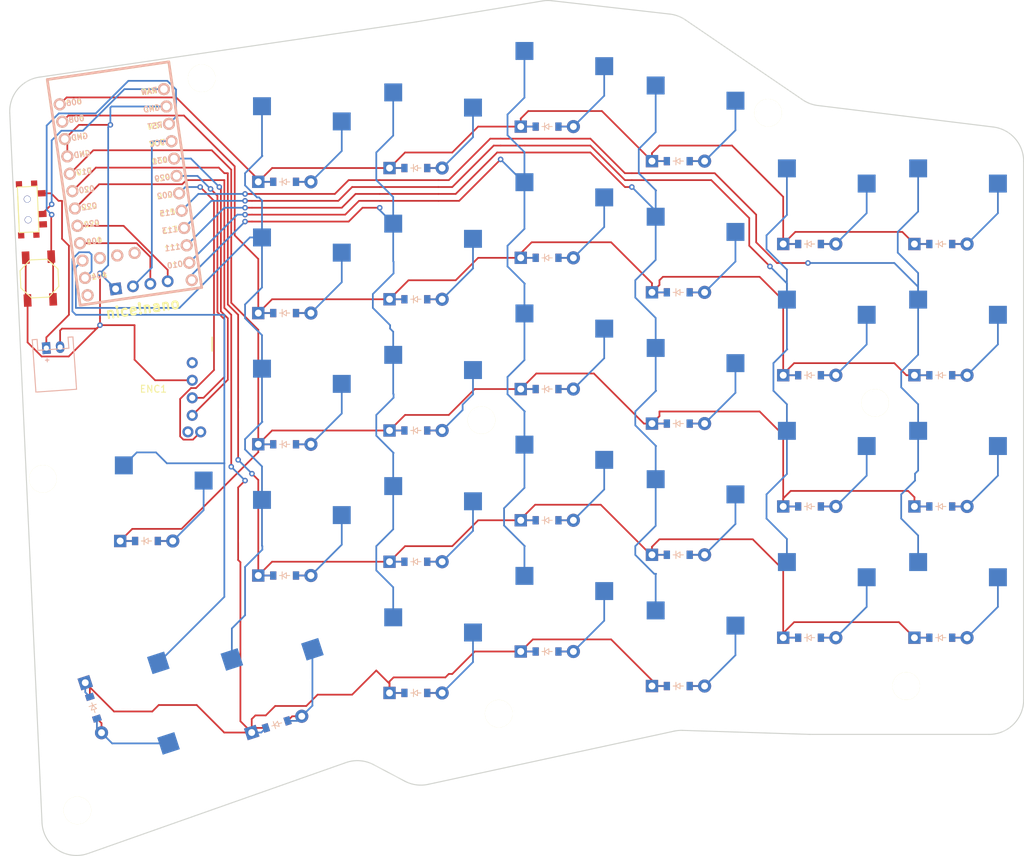
<source format=kicad_pcb>
(kicad_pcb (version 20240108) (generator "pcbnew") (generator_version "8.0")
  (title_block (title "right") (rev "v1.0.0") (company "Unknown"))
  (layers (0 "F.Cu" signal) (31 "B.Cu" signal) (34 "B.Paste" user) (35 "F.Paste" user) (36 "B.SilkS" user "B.Silkscreen") (37 "F.SilkS" user "F.Silkscreen") (38 "B.Mask" user) (39 "F.Mask" user) (44 "Edge.Cuts" user))
  (net 0 "")
  (net 1 "P115")
  (net 2 "mirror_outer_bottom")
  (net 3 "mirror_outer_home")
  (net 4 "mirror_outer_top")
  (net 5 "mirror_outer_num")
  (net 6 "P113")
  (net 7 "mirror_pinky_bottom")
  (net 8 "mirror_pinky_home")
  (net 9 "mirror_pinky_top")
  (net 10 "mirror_pinky_num")
  (net 11 "P111")
  (net 12 "mirror_ring_mod")
  (net 13 "mirror_ring_bottom")
  (net 14 "mirror_ring_home")
  (net 15 "mirror_ring_top")
  (net 16 "mirror_ring_num")
  (net 17 "P010")
  (net 18 "mirror_middle_mod")
  (net 19 "mirror_middle_bottom")
  (net 20 "mirror_middle_home")
  (net 21 "mirror_middle_top")
  (net 22 "mirror_middle_num")
  (net 23 "P009")
  (net 24 "mirror_index_mod")
  (net 25 "mirror_index_bottom")
  (net 26 "mirror_index_home")
  (net 27 "mirror_index_top")
  (net 28 "mirror_index_num")
  (net 29 "P011")
  (net 30 "mirror_inner_bottom")
  (net 31 "mirror_inner_home")
  (net 32 "mirror_inner_top")
  (net 33 "mirror_inner_num")
  (net 34 "P104")
  (net 35 "mirror_inner_mod_home")
  (net 36 "mirror_home_cluster")
  (net 37 "mirror_far_cluster")
  (net 38 "P020")
  (net 39 "P017")
  (net 40 "P008")
  (net 41 "P006")
  (net 42 "P022")
  (net 43 "RAW")
  (net 44 "GND")
  (net 45 "RST")
  (net 46 "VCC")
  (net 47 "P031")
  (net 48 "P029")
  (net 49 "P002")
  (net 50 "P024")
  (net 51 "P100")
  (net 52 "P106")
  (net 53 "P101")
  (net 54 "P102")
  (net 55 "P107")
  (net 56 "pos")
  (net 57 "S2")
  (net 58 "D")
  (footprint "E73:SPDT_C128955" (layer "F.Cu") (at 137.532311 119.791546 92.5)
    (property "Reference" "T1" (hide yes))
    (property "Value" "" (hide yes))
  )
  (footprint "E73:SW_TACT_ALPS_SKQGABE010" (layer "F.Cu") (at 139.232311 129.791546 92.5)
    (property "Reference" "B1" (hide yes))
    (property "Value" "" (hide yes))
  )
  (footprint "HOLE_M2_TH" (layer "F.Cu") (at 144.732311 206.791546)
    (property "Reference" "")
    (property "Value" "")
  )
  (footprint "PG1350" (layer "F.Cu") (at 193.732311 108.791546)
    (property "Reference" "S23" (hide yes))
    (property "Value" "" (hide yes))
  )
  (footprint "ComboDiode" (layer "F.Cu") (at 250.732311 181.791546)
    (property "Reference" "D5" (hide yes))
    (property "Value" "" (hide yes))
  )
  (footprint "PG1350" (layer "F.Cu") (at 212.732311 159.791546)
    (property "Reference" "S15" (hide yes))
    (property "Value" "" (hide yes))
  )
  (footprint "PG1350" (layer "F.Cu") (at 193.732311 146.791546)
    (property "Reference" "S21" (hide yes))
    (property "Value" "" (hide yes))
  )
  (footprint "ComboDiode" (layer "F.Cu") (at 269.732311 143.791546)
    (property "Reference" "D3" (hide yes))
    (property "Value" "" (hide yes))
  )
  (footprint "ComboDiode" (layer "F.Cu") (at 212.732311 126.791546)
    (property "Reference" "D17" (hide yes))
    (property "Value" "" (hide yes))
  )
  (footprint "PG1350" (layer "F.Cu") (at 250.732311 138.791546)
    (property "Reference" "S7" (hide yes))
    (property "Value" "" (hide yes))
  )
  (footprint "ComboDiode" (layer "F.Cu") (at 250.732311 143.791546)
    (property "Reference" "D7" (hide yes))
    (property "Value" "" (hide yes))
  )
  (footprint "PG1350" (layer "F.Cu") (at 174.732311 110.791546)
    (property "Reference" "S27" (hide yes))
    (property "Value" "" (hide yes))
  )
  (footprint "ComboDiode" (layer "F.Cu") (at 231.732311 150.791546)
    (property "Reference" "D11" (hide yes))
    (property "Value" "" (hide yes))
  )
  (footprint "PG1350" (layer "F.Cu") (at 154.732311 162.791546)
    (property "Reference" "S28" (hide yes))
    (property "Value" "" (hide yes))
  )
  (footprint "ComboDiode" (layer "F.Cu") (at 212.732311 164.791546)
    (property "Reference" "D15" (hide yes))
    (property "Value" "" (hide yes))
  )
  (footprint "ComboDiode" (layer "F.Cu") (at 154.732311 167.791546)
    (property "Reference" "D28" (hide yes))
    (property "Value" "" (hide yes))
  )
  (footprint "PG1350" (layer "F.Cu") (at 193.732311 127.791546)
    (property "Reference" "S22" (hide yes))
    (property "Value" "" (hide yes))
  )
  (footprint "ComboDiode" (layer "F.Cu") (at 193.732311 132.791546)
    (property "Reference" "D22" (hide yes))
    (property "Value" "" (hide yes))
  )
  (footprint "ComboDiode" (layer "F.Cu") (at 147.047682 191.929585 -72)
    (property "Reference" "D30" (hide yes))
    (property "Value" "" (hide yes))
  )
  (footprint "HOLE_M2_TH" (layer "F.Cu") (at 264.732311 188.791546)
    (property "Reference" "")
    (property "Value" "")
  )
  (footprint "PG1350" (layer "F.Cu") (at 212.732311 102.791546)
    (property "Reference" "S18" (hide yes))
    (property "Value" "" (hide yes))
  )
  (footprint "nice_nano" (layer "F.Cu") (at 151.732311 117.291546 -81.7)
    (property "Reference" "MCU1" (hide yes))
    (property "Value" "nice_nano" (hide yes))
  )
  (footprint "PG1350" (layer "F.Cu") (at 250.732311 119.791546)
    (property "Reference" "S8" (hide yes))
    (property "Value" "" (hide yes))
  )
  (footprint "ComboDiode" (layer "F.Cu") (at 212.732311 145.791546)
    (property "Reference" "D16" (hide yes))
    (property "Value" "" (hide yes))
  )
  (footprint "ComboDiode" (layer "F.Cu") (at 269.732311 181.791546)
    (property "Reference" "D1" (hide yes))
    (property "Value" "" (hide yes))
  )
  (footprint "PG1350" (layer "F.Cu") (at 193.732311 184.791546)
    (property "Reference" "S19" (hide yes))
    (property "Value" "" (hide yes))
  )
  (footprint "ComboDiode" (layer "F.Cu") (at 212.732311 107.791546)
    (property "Reference" "D18" (hide yes))
    (property "Value" "" (hide yes))
  )
  (footprint "PG1350" (layer "F.Cu") (at 212.732311 140.791546)
    (property "Reference" "S16" (hide yes))
    (property "Value" "" (hide yes))
  )
  (footprint "PG1350" (layer "F.Cu") (at 172.04816 189.589479 18)
    (property "Reference" "S29" (hide yes))
    (property "Value" "" (hide yes))
  )
  (footprint "ComboDiode" (layer "F.Cu") (at 193.732311 189.791546)
    (property "Reference" "D19" (hide yes))
    (property "Value" "" (hide yes))
  )
  (footprint "PG1350" (layer "F.Cu") (at 250.732311 157.791546)
    (property "Reference" "S6" (hide yes))
    (property "Value" "" (hide yes))
  )
  (footprint "PG1350" (layer "F.Cu") (at 250.732311 176.791546)
    (property "Reference" "S5" (hide yes))
    (property "Value" "" (hide yes))
  )
  (footprint "HOLE_M2_TH" (layer "F.Cu") (at 244.732311 105.791546)
    (property "Reference" "")
    (property "Value" "")
  )
  (footprint "PG1350" (layer "F.Cu") (at 269.732311 138.791546)
    (property "Reference" "S3" (hide yes))
    (property "Value" "" (hide yes))
  )
  (footprint "ComboDiode" (layer "F.Cu") (at 193.732311 151.791546)
    (property "Reference" "D21" (hide yes))
    (property "Value" "" (hide yes))
  )
  (footprint "PG1350" (layer "F.Cu") (at 269.732311 176.791546)
    (property "Reference" "S1" (hide yes))
    (property "Value" "" (hide yes))
  )
  (footprint "ComboDiode" (layer "F.Cu") (at 193.732311 113.791546)
    (property "Reference" "D23" (hide yes))
    (property "Value" "" (hide yes))
  )
  (footprint "ComboDiode" (layer "F.Cu") (at 174.732311 172.791546)
    (property "Reference" "D24" (hide yes))
    (property "Value" "" (hide yes))
  )
  (footprint "ComboDiode" (layer "F.Cu") (at 231.732311 131.791546)
    (property "Reference" "D12" (hide yes))
    (property "Value" "" (hide yes))
  )
  (footprint "PG1350" (layer "F.Cu") (at 231.732311 145.791546)
    (property "Reference" "S11" (hide yes))
    (property "Value" "" (hide yes))
  )
  (footprint "HOLE_M2_TH" (layer "F.Cu") (at 162.732311 100.791546)
    (property "Reference" "")
    (property "Value" "")
  )
  (footprint "PG1350" (layer "F.Cu") (at 231.732311 183.791546)
    (property "Reference" "S9" (hide yes))
    (property "Value" "" (hide yes))
  )
  (footprint "ComboDiode" (layer "F.Cu") (at 250.732311 124.791546)
    (property "Reference" "D8" (hide yes))
    (property "Value" "" (hide yes))
  )
  (footprint "PG1350" (layer "F.Cu") (at 151.802965 190.384499 -72)
    (property "Reference" "S30" (hide yes))
    (property "Value" "" (hide yes))
  )
  (footprint "PG1350" (layer "F.Cu") (at 174.732311 167.791546)
    (property "Reference" "S24" (hide yes))
    (property "Value" "" (hide yes))
  )
  (footprint "ComboDiode" (layer "F.Cu") (at 212.732311 183.791546)
    (property "Reference" "D14" (hide yes))
    (property "Value" "" (hide yes))
  )
  (footprint "ComboDiode" (layer "F.Cu") (at 193.732311 170.791546)
    (property "Reference" "D20" (hide yes))
    (property "Value" "" (hide yes))
  )
  (footprint "HOLE_M2_TH" (layer "F.Cu") (at 205.732311 192.791546)
    (property "Reference" "")
    (property "Value" "")
  )
  (footprint "ComboDiode" (layer "F.Cu") (at 231.732311 112.791546)
    (property "Reference" "D13" (hide yes))
    (property "Value" "" (hide yes))
  )
  (footprint "PG1350" (layer "F.Cu") (at 231.732311 107.791546)
    (property "Reference" "S13" (hide yes))
    (property "Value" "" (hide yes))
  )
  (footprint "HOLE_M2_TH" (layer "F.Cu") (at 260.232311 147.791546)
    (property "Reference" "")
    (property "Value" "")
  )
  (footprint "PG1350" (layer "F.Cu") (at 174.732311 148.791546)
    (property "Reference" "S25" (hide yes))
    (property "Value" "" (hide yes))
  )
  (footprint "ComboDiode" (layer "F.Cu") (at 174.732311 134.791546)
    (property "Reference" "D26" (hide yes))
    (property "Value" "" (hide yes))
  )
  (footprint "HOLE_M2_TH" (layer "F.Cu") (at 203.232311 150.291546)
    (property "Reference" "")
    (property "Value" "")
  )
  (footprint "ComboDiode" (layer "F.Cu") (at 174.732311 153.791546)
    (property "Reference" "D25" (hide yes))
    (property "Value" "" (hide yes))
  )
  (footprint "lib:OLED_headers" (layer "F.Cu") (at 159.732311 128.291546 -81.7)
    (property "Reference" "OLED1" (hide yes))
    (property "Value" "OLED" (hide yes))
  )
  (footprint "PG1350" (layer "F.Cu") (at 269.732311 119.791546)
    (property "Reference" "S4" (hide yes))
    (property "Value" "" (hide yes))
  )
  (footprint "ComboDiode" (layer "F.Cu") (at 231.732311 188.791546)
    (property "Reference" "D9" (hide yes))
    (property "Value" "" (hide yes))
  )
  (footprint "PG1350" (layer "F.Cu") (at 212.732311 178.791546)
    (property "Reference" "S14" (hide yes))
    (property "Value" "" (hide yes))
  )
  (footprint "HOLE_M2_TH" (layer "F.Cu") (at 139.732311 158.791546)
    (property "Reference" "")
    (property "Value" "")
  )
  (footprint "ComboDiode" (layer "F.Cu") (at 174.732311 115.791546)
    (property "Reference" "D27" (hide yes))
    (property "Value" "" (hide yes))
  )
  (footprint "ComboDiode" (layer "F.Cu") (at 173.593245 194.344762 18)
    (property "Reference" "D29" (hide yes))
    (property "Value" "" (hide yes))
  )
  (footprint "ComboDiode" (layer "F.Cu") (at 250.732311 162.791546)
    (property "Reference" "D6" (hide yes))
    (property "Value" "" (hide yes))
  )
  (footprint "PG1350" (layer "F.Cu") (at 231.732311 164.791546)
    (property "Reference" "S10" (hide yes))
    (property "Value" "" (hide yes))
  )
  (footprint "PG1350" (layer "F.Cu") (at 193.732311 165.791546)
    (property "Reference" "S20" (hide yes))
    (property "Value" "" (hide yes))
  )
  (footprint "PG1350" (layer "F.Cu") (at 269.732311 157.791546)
    (property "Reference" "S2" (hide yes))
    (property "Value" "" (hide yes))
  )
  (footprint "ComboDiode" (layer "F.Cu") (at 231.732311 169.791546)
    (property "Reference" "D10" (hide yes))
    (property "Value" "" (hide yes))
  )
  (footprint "PG1350" (layer "F.Cu") (at 212.732311 121.791546)
    (property "Reference" "S17" (hide yes))
    (property "Value" "" (hide yes))
  )
  (footprint "JST_PH_S2B-PH-K_02x2.00mm_Angled" (layer "F.Cu") (at 141.232311 139.791546 4)
    (property "Reference" "JST1" (hide yes))
    (property "Value" "" (hide yes))
  )
  (footprint "PG1350" (layer "F.Cu") (at 174.732311 129.791546)
    (property "Reference" "S26" (hide yes))
    (property "Value" "" (hide yes))
  )
  (footprint "ComboDiode" (layer "F.Cu") (at 269.732311 162.791546)
    (property "Reference" "D2" (hide yes))
    (property "Value" "" (hide yes))
  )
  (footprint "PG1350" (layer "F.Cu") (at 231.732311 126.791546)
    (property "Reference" "S12" (hide yes))
    (property "Value" "" (hide yes))
  )
  (footprint "Panasonic_EVQWGD001" (layer "F.Cu") (at 155.732311 145.791546 180)
    (property "Reference" "ENC1")
    (property "Value" "EVQWGD001")
  )
  (footprint "ComboDiode" (layer "F.Cu") (at 269.732311 124.791546)
    (property "Reference" "D4" (hide yes))
    (property "Value" "" (hide yes))
  )
  (gr_line (start 250.811239 195.791546) (end 276.732311 195.791546) (stroke (width 0.15)) (layer "Edge.Cuts"))
  (gr_arc (start 251.937034 104.739221) (mid 250.78348 104.455652) (end 249.729374 103.907965) (stroke (width 0.15)) (layer "Edge.Cuts"))
  (gr_line (start 195.514449 203.026041) (end 231.131632 195.321482) (stroke (width 0.15)) (layer "Edge.Cuts"))
  (gr_arc (start 146.264529 213.038146) (mid 141.807048 212.468206) (end 139.607454 208.549564) (stroke (width 0.15)) (layer "Edge.Cuts"))
  (gr_arc (start 230.501793 91.502303) (mid 231.679733 91.783175) (end 232.755601 92.338999) (stroke (width 0.15)) (layer "Edge.Cuts"))
  (gr_arc (start 193.778486 92.633891) (mid 193.732276 92.64133) (end 193.685999 92.648336) (stroke (width 0.15)) (layer "Edge.Cuts"))
  (gr_line (start 212.044801 89.605528) (end 193.778486 92.633891) (stroke (width 0.15)) (layer "Edge.Cuts"))
  (gr_arc (start 231.131632 195.321483) (mid 231.735721 195.22902) (end 232.346577 195.210944) (stroke (width 0.15)) (layer "Edge.Cuts"))
  (gr_arc (start 277.340661 107.853215) (mid 280.476757 109.502592) (end 281.732311 112.816068) (stroke (width 0.15)) (layer "Edge.Cuts"))
  (gr_arc (start 183.604416 199.875996) (mid 185.634914 199.605187) (end 187.603598 200.17135) (stroke (width 0.15)) (layer "Edge.Cuts"))
  (gr_line (start 230.501793 91.502303) (end 213.424787 89.569905) (stroke (width 0.15)) (layer "Edge.Cuts"))
  (gr_line (start 187.603598 200.17135) (end 192.12037 202.559327) (stroke (width 0.15)) (layer "Edge.Cuts"))
  (gr_line (start 232.346577 195.210944) (end 250.653423 195.789055) (stroke (width 0.15)) (layer "Edge.Cuts"))
  (gr_arc (start 134.937669 105.809623) (mid 136.075966 102.400291) (end 139.207214 100.63548) (stroke (width 0.15)) (layer "Edge.Cuts"))
  (gr_line (start 134.937669 105.809622) (end 139.607454 208.549564) (stroke (width 0.15)) (layer "Edge.Cuts"))
  (gr_arc (start 250.811239 195.791546) (mid 250.732321 195.790923) (end 250.653423 195.789055) (stroke (width 0.15)) (layer "Edge.Cuts"))
  (gr_line (start 193.685999 92.648336) (end 139.207214 100.63548) (stroke (width 0.15)) (layer "Edge.Cuts"))
  (gr_arc (start 195.514449 203.026041) (mid 193.776188 203.092459) (end 192.12037 202.559327) (stroke (width 0.15)) (layer "Edge.Cuts"))
  (gr_arc (start 212.044801 89.605528) (mid 212.733559 89.539863) (end 213.424787 89.569905) (stroke (width 0.15)) (layer "Edge.Cuts"))
  (gr_line (start 146.26453 213.038147) (end 183.604415 199.875995) (stroke (width 0.15)) (layer "Edge.Cuts"))
  (gr_line (start 281.732311 190.791546) (end 281.732311 112.816068) (stroke (width 0.15)) (layer "Edge.Cuts"))
  (gr_line (start 277.340661 107.853215) (end 251.937034 104.739222) (stroke (width 0.15)) (layer "Edge.Cuts"))
  (gr_arc (start 281.732311 190.791546) (mid 280.267845 194.32708) (end 276.732311 195.791546) (stroke (width 0.15)) (layer "Edge.Cuts"))
  (gr_line (start 249.729374 103.907965) (end 232.755601 92.338999) (stroke (width 0.15)) (layer "Edge.Cuts"))
  (segment (start 246.007311 127.541546) (end 243.007311 124.541546) (width 0.25) (layer "F.Cu") (net 1))
  (segment (start 224.007311 114.541546) (end 219.007311 109.541546) (width 0.25) (layer "F.Cu") (net 1))
  (segment (start 219.007311 109.541546) (end 206.007311 109.541546) (width 0.25) (layer "F.Cu") (net 1))
  (segment (start 243.007311 124.541546) (end 243.007311 120.541546) (width 0.25) (layer "F.Cu") (net 1))
  (segment (start 206.007311 109.541546) (end 204.507311 109.541546) (width 0.25) (layer "F.Cu") (net 1))
  (segment (start 237.007311 114.541546) (end 225.007311 114.541546) (width 0.25) (layer "F.Cu") (net 1))
  (segment (start 204.507311 109.541546) (end 198.507311 115.541546) (width 0.25) (layer "F.Cu") (net 1))
  (segment (start 188.507311 115.541546) (end 184.007311 115.541546) (width 0.25) (layer "F.Cu") (net 1))
  (segment (start 250.507311 127.541546) (end 246.007311 127.541546) (width 0.25) (layer "F.Cu") (net 1))
  (segment (start 198.507311 115.541546) (end 197.007311 115.541546) (width 0.25) (layer "F.Cu") (net 1))
  (segment (start 182.007311 117.541546) (end 170.007311 117.541546) (width 0.25) (layer "F.Cu") (net 1))
  (segment (start 184.007311 115.541546) (end 182.007311 117.541546) (width 0.25) (layer "F.Cu") (net 1))
  (segment (start 170.007311 117.541546) (end 169.007311 117.541546) (width 0.25) (layer "F.Cu") (net 1))
  (segment (start 197.007311 115.541546) (end 188.507311 115.541546) (width 0.25) (layer "F.Cu") (net 1))
  (segment (start 243.007311 120.541546) (end 237.007311 114.541546) (width 0.25) (layer "F.Cu") (net 1))
  (segment (start 225.007311 114.541546) (end 224.007311 114.541546) (width 0.25) (layer "F.Cu") (net 1))
  (via (at 250.507311 127.541546) (size 0.8) (drill 0.4) (layers "F.Cu" "B.Cu") (net 1))
  (via (at 169.007311 117.541546) (size 0.8) (drill 0.4) (layers "F.Cu" "B.Cu") (net 1))
  (segment (start 266.457311 147.991546) (end 264.007311 145.541546) (width 0.25) (layer "B.Cu") (net 1))
  (segment (start 263.007311 127.541546) (end 250.507311 127.541546) (width 0.25) (layer "B.Cu") (net 1))
  (segment (start 266.007311 159.041546) (end 266.007311 158.041546) (width 0.25) (layer "B.Cu") (net 1))
  (segment (start 266.457311 130.991546) (end 263.007311 127.541546) (width 0.25) (layer "B.Cu") (net 1))
  (segment (start 266.457311 166.991546) (end 264.007311 164.541546) (width 0.25) (layer "B.Cu") (net 1))
  (segment (start 263.507311 123.041546) (end 266.457311 120.091546) (width 0.25) (layer "B.Cu") (net 1))
  (segment (start 266.457311 132.841546) (end 266.457311 130.991546) (width 0.25) (layer "B.Cu") (net 1))
  (segment (start 264.007311 164.541546) (end 264.007311 161.041546) (width 0.25) (layer "B.Cu") (net 1))
  (segment (start 264.007311 143.278546) (end 266.457311 140.828546) (width 0.25) (layer "B.Cu") (net 1))
  (segment (start 264.007311 145.541546) (end 264.007311 143.278546) (width 0.25) (layer "B.Cu") (net 1))
  (segment (start 263.507311 126.041546) (end 263.507311 123.041546) (width 0.25) (layer "B.Cu") (net 1))
  (segment (start 264.007311 161.041546) (end 266.007311 159.041546) (width 0.25) (layer "B.Cu") (net 1))
  (segment (start 266.457311 170.841546) (end 266.457311 166.991546) (width 0.25) (layer "B.Cu") (net 1))
  (segment (start 169.007311 117.541546) (end 162.242594 117.541546) (width 0.25) (layer "B.Cu") (net 1))
  (segment (start 266.457311 140.828546) (end 266.457311 132.841546) (width 0.25) (layer "B.Cu") (net 1))
  (segment (start 266.007311 158.041546) (end 266.457311 157.591546) (width 0.25) (layer "B.Cu") (net 1))
  (segment (start 162.242594 117.541546) (end 159.822495 119.961645) (width 0.25) (layer "B.Cu") (net 1))
  (segment (start 266.457311 132.841546) (end 266.457311 128.991546) (width 0.25) (layer "B.Cu") (net 1))
  (segment (start 266.457311 151.841546) (end 266.457311 147.991546) (width 0.25) (layer "B.Cu") (net 1))
  (segment (start 266.457311 157.591546) (end 266.457311 151.841546) (width 0.25) (layer "B.Cu") (net 1))
  (segment (start 266.457311 128.991546) (end 263.507311 126.041546) (width 0.25) (layer "B.Cu") (net 1))
  (segment (start 266.457311 120.091546) (end 266.457311 113.841546) (width 0.25) (layer "B.Cu") (net 1))
  (segment (start 273.542311 181.791546) (end 271.382311 181.791546) (width 0.25) (layer "F.Cu") (net 2))
  (segment (start 273.542311 181.791546) (end 271.382311 181.791546) (width 0.25) (layer "B.Cu") (net 2))
  (segment (start 278.007311 177.326546) (end 273.542311 181.791546) (width 0.25) (layer "B.Cu") (net 2))
  (segment (start 278.007311 173.041546) (end 278.007311 177.326546) (width 0.25) (layer "B.Cu") (net 2))
  (segment (start 273.542311 162.791546) (end 271.382311 162.791546) (width 0.25) (layer "F.Cu") (net 3))
  (segment (start 271.382311 162.791546) (end 273.542311 162.791546) (width 0.25) (layer "B.Cu") (net 3))
  (segment (start 278.007311 158.326546) (end 273.542311 162.791546) (width 0.25) (layer "B.Cu") (net 3))
  (segment (start 278.007311 154.041546) (end 278.007311 158.326546) (width 0.25) (layer "B.Cu") (net 3))
  (segment (start 273.542311 143.791546) (end 271.382311 143.791546) (width 0.25) (layer "F.Cu") (net 4))
  (segment (start 273.542311 143.791546) (end 271.382311 143.791546) (width 0.25) (layer "B.Cu") (net 4))
  (segment (start 278.007311 135.041546) (end 278.007311 139.326546) (width 0.25) (layer "B.Cu") (net 4))
  (segment (start 278.007311 139.326546) (end 273.542311 143.791546) (width 0.25) (layer "B.Cu") (net 4))
  (segment (start 273.542311 124.791546) (end 271.382311 124.791546) (width 0.25) (layer "F.Cu") (net 5))
  (segment (start 278.007311 120.326546) (end 273.542311 124.791546) (width 0.25) (layer "B.Cu") (net 5))
  (segment (start 271.382311 124.791546) (end 273.542311 124.791546) (width 0.25) (layer "B.Cu") (net 5))
  (segment (start 278.007311 116.041546) (end 278.007311 120.326546) (width 0.25) (layer "B.Cu") (net 5))
  (segment (start 205.007311 110.541546) (end 199.007311 116.541546) (width 0.25) (layer "F.Cu") (net 6))
  (segment (start 170.007311 118.541546) (end 169.007311 118.541546) (width 0.25) (layer "F.Cu") (net 6))
  (segment (start 199.007311 116.541546) (end 197.007311 116.541546) (width 0.25) (layer "F.Cu") (net 6))
  (segment (start 242.007311 121.041546) (end 236.507311 115.541546) (width 0.25) (layer "F.Cu") (net 6))
  (segment (start 245.007311 128.041546) (end 242.007311 125.041546) (width 0.25) (layer "F.Cu") (net 6))
  (segment (start 224.007311 115.541546) (end 219.007311 110.541546) (width 0.25) (layer "F.Cu") (net 6))
  (segment (start 197.007311 116.541546) (end 188.507311 116.541546) (width 0.25) (layer "F.Cu") (net 6))
  (segment (start 209.507311 110.541546) (end 206.007311 110.541546) (width 0.25) (layer "F.Cu") (net 6))
  (segment (start 225.007311 115.541546) (end 224.007311 115.541546) (width 0.25) (layer "F.Cu") (net 6))
  (segment (start 184.507311 116.541546) (end 182.507311 118.541546) (width 0.25) (layer "F.Cu") (net 6))
  (segment (start 206.007311 110.541546) (end 205.007311 110.541546) (width 0.25) (layer "F.Cu") (net 6))
  (segment (start 227.507311 115.541546) (end 225.007311 115.541546) (width 0.25) (layer "F.Cu") (net 6))
  (segment (start 188.507311 116.541546) (end 184.507311 116.541546) (width 0.25) (layer "F.Cu") (net 6))
  (segment (start 236.507311 115.541546) (end 227.507311 115.541546) (width 0.25) (layer "F.Cu") (net 6))
  (segment (start 219.007311 110.541546) (end 209.507311 110.541546) (width 0.25) (layer "F.Cu") (net 6))
  (segment (start 182.507311 118.541546) (end 170.007311 118.541546) (width 0.25) (layer "F.Cu") (net 6))
  (segment (start 242.007311 125.041546) (end 242.007311 121.041546) (width 0.25) (layer "F.Cu") (net 6))
  (via (at 169.007311 118.541546) (size 0.8) (drill 0.4) (layers "F.Cu" "B.Cu") (net 6))
  (via (at 245.007311 128.041546) (size 0.8) (drill 0.4) (layers "F.Cu" "B.Cu") (net 6))
  (segment (start 244.507311 123.541546) (end 247.457311 120.591546) (width 0.25) (layer "B.Cu") (net 6))
  (segment (start 247.457311 128.491546) (end 244.507311 125.541546) (width 0.25) (layer "B.Cu") (net 6))
  (segment (start 247.457311 151.841546) (end 247.457311 147.991546) (width 0.25) (layer "B.Cu") (net 6))
  (segment (start 247.457311 158.091546) (end 247.457311 151.841546) (width 0.25) (layer "B.Cu") (net 6))
  (segment (start 247.457311 132.841546) (end 247.457311 128.491546) (width 0.25) (layer "B.Cu") (net 6))
  (segment (start 164.122654 118.541546) (end 160.189159 122.475041) (width 0.25) (layer "B.Cu") (net 6))
  (segment (start 169.007311 118.541546) (end 164.122654 118.541546) (width 0.25) (layer "B.Cu") (net 6))
  (segment (start 244.507311 161.041546) (end 247.457311 158.091546) (width 0.25) (layer "B.Cu") (net 6))
  (segment (start 247.507311 140.041546) (end 247.457311 139.991546) (width 0.25) (layer "B.Cu") (net 6))
  (segment (start 247.457311 120.591546) (end 247.457311 113.841546) (width 0.25) (layer "B.Cu") (net 6))
  (segment (start 245.507311 142.041546) (end 247.507311 140.041546) (width 0.25) (layer "B.Cu") (net 6))
  (segment (start 247.457311 167.491546) (end 244.507311 164.541546) (width 0.25) (layer "B.Cu") (net 6))
  (segment (start 247.457311 170.841546) (end 247.457311 167.491546) (width 0.25) (layer "B.Cu") (net 6))
  (segment (start 247.457311 130.491546) (end 245.007311 128.041546) (width 0.25) (layer "B.Cu") (net 6))
  (segment (start 245.507311 146.041546) (end 245.507311 142.041546) (width 0.25) (layer "B.Cu") (net 6))
  (segment (start 247.457311 147.991546) (end 245.507311 146.041546) (width 0.25) (layer "B.Cu") (net 6))
  (segment (start 244.507311 125.541546) (end 244.507311 123.541546) (width 0.25) (layer "B.Cu") (net 6))
  (segment (start 247.457311 139.991546) (end 247.457311 132.841546) (width 0.25) (layer "B.Cu") (net 6))
  (segment (start 247.457311 132.841546) (end 247.457311 130.491546) (width 0.25) (layer "B.Cu") (net 6))
  (segment (start 244.507311 164.541546) (end 244.507311 161.041546) (width 0.25) (layer "B.Cu") (net 6))
  (segment (start 254.542311 181.791546) (end 252.382311 181.791546) (width 0.25) (layer "F.Cu") (net 7))
  (segment (start 259.007311 173.041546) (end 259.007311 177.326546) (width 0.25) (layer "B.Cu") (net 7))
  (segment (start 254.542311 181.791546) (end 252.382311 181.791546) (width 0.25) (layer "B.Cu") (net 7))
  (segment (start 259.007311 177.326546) (end 254.542311 181.791546) (width 0.25) (layer "B.Cu") (net 7))
  (segment (start 254.542311 162.791546) (end 252.382311 162.791546) (width 0.25) (layer "F.Cu") (net 8))
  (segment (start 259.007311 158.326546) (end 254.542311 162.791546) (width 0.25) (layer "B.Cu") (net 8))
  (segment (start 252.382311 162.791546) (end 254.542311 162.791546) (width 0.25) (layer "B.Cu") (net 8))
  (segment (start 259.007311 154.041546) (end 259.007311 158.326546) (width 0.25) (layer "B.Cu") (net 8))
  (segment (start 254.542311 143.791546) (end 252.382311 143.791546) (width 0.25) (layer "F.Cu") (net 9))
  (segment (start 259.007311 139.326546) (end 254.542311 143.791546) (width 0.25) (layer "B.Cu") (net 9))
  (segment (start 254.542311 143.791546) (end 252.382311 143.791546) (width 0.25) (layer "B.Cu") (net 9))
  (segment (start 259.007311 135.041546) (end 259.007311 139.326546) (width 0.25) (layer "B.Cu") (net 9))
  (segment (start 254.542311 124.791546) (end 252.382311 124.791546) (width 0.25) (layer "F.Cu") (net 10))
  (segment (start 259.007311 120.326546) (end 254.542311 124.791546) (width 0.25) (layer "B.Cu") (net 10))
  (segment (start 252.382311 124.791546) (end 254.542311 124.791546) (width 0.25) (layer "B.Cu") (net 10))
  (segment (start 259.007311 116.041546) (end 259.007311 120.326546) (width 0.25) (layer "B.Cu") (net 10))
  (segment (start 199.507311 117.541546) (end 197.007311 117.541546) (width 0.25) (layer "F.Cu") (net 11))
  (segment (start 219.007311 111.541546) (end 206.007311 111.541546) (width 0.25) (layer "F.Cu") (net 11))
  (segment (start 170.007311 119.541546) (end 169.007311 119.541546) (width 0.25) (layer "F.Cu") (net 11))
  (segment (start 224.007311 116.541546) (end 219.007311 111.541546) (width 0.25) (layer "F.Cu") (net 11))
  (segment (start 183.007311 119.541546) (end 170.007311 119.541546) (width 0.25) (layer "F.Cu") (net 11))
  (segment (start 205.507311 111.541546) (end 199.507311 117.541546) (width 0.25) (layer "F.Cu") (net 11))
  (segment (start 206.007311 111.541546) (end 205.507311 111.541546) (width 0.25) (layer "F.Cu") (net 11))
  (segment (start 185.007311 117.541546) (end 183.007311 119.541546) (width 0.25) (layer "F.Cu") (net 11))
  (segment (start 188.507311 117.541546) (end 185.007311 117.541546) (width 0.25) (layer "F.Cu") (net 11))
  (segment (start 225.007311 116.541546) (end 224.007311 116.541546) (width 0.25) (layer "F.Cu") (net 11))
  (segment (start 197.007311 117.541546) (end 188.507311 117.541546) (width 0.25) (layer "F.Cu") (net 11))
  (via (at 169.007311 119.541546) (size 0.8) (drill 0.4) (layers "F.Cu" "B.Cu") (net 11))
  (via (at 225.007311 116.541546) (size 0.8) (drill 0.4) (layers "F.Cu" "B.Cu") (net 11))
  (segment (start 225.507311 149.041546) (end 228.507311 146.041546) (width 0.25) (layer "B.Cu") (net 11))
  (segment (start 228.457311 172.591546) (end 228.507311 172.541546) (width 0.25) (layer "B.Cu") (net 11))
  (segment (start 226.007311 114.541546) (end 228.507311 117.041546) (width 0.25) (layer "B.Cu") (net 11))
  (segment (start 228.507311 172.541546) (end 228.244311 172.541546) (width 0.25) (layer "B.Cu") (net 11))
  (segment (start 228.507311 146.041546) (end 228.457311 145.991546) (width 0.25) (layer "B.Cu") (net 11))
  (segment (start 228.457311 127.091546) (end 228.457311 120.841546) (width 0.25) (layer "B.Cu") (net 11))
  (segment (start 228.457311 101.841546) (end 228.457311 108.591546) (width 0.25) (layer "B.Cu") (net 11))
  (segment (start 228.457311 139.841546) (end 228.457311 135.491546) (width 0.25) (layer "B.Cu") (net 11))
  (segment (start 225.507311 151.041546) (end 225.507311 149.041546) (width 0.25) (layer "B.Cu") (net 11))
  (segment (start 228.457311 154.091546) (end 228.507311 154.041546) (width 0.25) (layer "B.Cu") (net 11))
  (segment (start 228.457311 119.991546) (end 225.007311 116.541546) (width 0.25) (layer "B.Cu") (net 11))
  (segment (start 228.457311 108.591546) (end 226.007311 111.041546) (width 0.25) (layer "B.Cu") (net 11))
  (segment (start 228.457311 135.491546) (end 225.507311 132.541546) (width 0.25) (layer "B.Cu") (net 11))
  (segment (start 228.457311 145.991546) (end 228.457311 139.841546) (width 0.25) (layer "B.Cu") (net 11))
  (segment (start 166.002714 119.541546) (end 160.555824 124.988436) (width 0.25) (layer "B.Cu") (net 11))
  (segment (start 225.507311 169.804546) (end 225.507311 168.541546) (width 0.25) (layer "B.Cu") (net 11))
  (segment (start 228.457311 165.591546) (end 228.457311 158.841546) (width 0.25) (layer "B.Cu") (net 11))
  (segment (start 228.457311 158.841546) (end 228.457311 154.091546) (width 0.25) (layer "B.Cu") (net 11))
  (segment (start 225.507311 132.541546) (end 225.507311 130.041546) (width 0.25) (layer "B.Cu") (net 11))
  (segment (start 228.507311 154.041546) (end 225.507311 151.041546) (width 0.25) (layer "B.Cu") (net 11))
  (segment (start 228.457311 120.841546) (end 228.457311 119.991546) (width 0.25) (layer "B.Cu") (net 11))
  (segment (start 225.507311 130.041546) (end 228.457311 127.091546) (width 0.25) (layer "B.Cu") (net 11))
  (segment (start 228.457311 117.091546) (end 228.457311 120.841546) (width 0.25) (layer "B.Cu") (net 11))
  (segment (start 228.507311 117.041546) (end 228.457311 117.091546) (width 0.25) (layer "B.Cu") (net 11))
  (segment (start 228.457311 177.841546) (end 228.457311 172.591546) (width 0.25) (layer "B.Cu") (net 11))
  (segment (start 226.007311 111.041546) (end 226.007311 114.541546) (width 0.25) (layer "B.Cu") (net 11))
  (segment (start 228.244311 172.541546) (end 225.507311 169.804546) (width 0.25) (layer "B.Cu") (net 11))
  (segment (start 225.507311 168.541546) (end 228.457311 165.591546) (width 0.25) (layer "B.Cu") (net 11))
  (segment (start 169.007311 119.541546) (end 166.002714 119.541546) (width 0.25) (layer "B.Cu") (net 11))
  (segment (start 235.542311 188.791546) (end 233.382311 188.791546) (width 0.25) (layer "F.Cu") (net 12))
  (segment (start 240.007311 180.041546) (end 240.007311 184.326546) (width 0.25) (layer "B.Cu") (net 12))
  (segment (start 240.007311 184.326546) (end 235.542311 188.791546) (width 0.25) (layer "B.Cu") (net 12))
  (segment (start 235.542311 188.791546) (end 233.382311 188.791546) (width 0.25) (layer "B.Cu") (net 12))
  (segment (start 235.542311 169.791546) (end 233.382311 169.791546) (width 0.25) (layer "F.Cu") (net 13))
  (segment (start 240.007311 165.326546) (end 235.542311 169.791546) (width 0.25) (layer "B.Cu") (net 13))
  (segment (start 240.007311 161.041546) (end 240.007311 165.326546) (width 0.25) (layer "B.Cu") (net 13))
  (segment (start 235.542311 169.791546) (end 233.382311 169.791546) (width 0.25) (layer "B.Cu") (net 13))
  (segment (start 235.542311 150.791546) (end 233.382311 150.791546) (width 0.25) (layer "F.Cu") (net 14))
  (segment (start 240.007311 142.041546) (end 240.007311 146.326546) (width 0.25) (layer "B.Cu") (net 14))
  (segment (start 240.007311 146.326546) (end 235.542311 150.791546) (width 0.25) (layer "B.Cu") (net 14))
  (segment (start 235.542311 150.791546) (end 233.382311 150.791546) (width 0.25) (layer "B.Cu") (net 14))
  (segment (start 235.542311 131.791546) (end 233.382311 131.791546) (width 0.25) (layer "F.Cu") (net 15))
  (segment (start 240.007311 127.326546) (end 235.542311 131.791546) (width 0.25) (layer "B.Cu") (net 15))
  (segment (start 235.542311 131.791546) (end 233.382311 131.791546) (width 0.25) (layer "B.Cu") (net 15))
  (segment (start 240.007311 123.041546) (end 240.007311 127.326546) (width 0.25) (layer "B.Cu") (net 15))
  (segment (start 235.542311 112.791546) (end 233.382311 112.791546) (width 0.25) (layer "F.Cu") (net 16))
  (segment (start 240.007311 104.041546) (end 240.007311 108.326546) (width 0.25) (layer "B.Cu") (net 16))
  (segment (start 235.542311 112.791546) (end 233.382311 112.791546) (width 0.25) (layer "B.Cu") (net 16))
  (segment (start 240.007311 108.326546) (end 235.542311 112.791546) (width 0.25) (layer "B.Cu") (net 16))
  (segment (start 185.507311 118.541546) (end 183.507311 120.541546) (width 0.25) (layer "F.Cu") (net 17))
  (segment (start 188.507311 118.541546) (end 185.507311 118.541546) (width 0.25) (layer "F.Cu") (net 17))
  (segment (start 183.507311 120.541546) (end 170.007311 120.541546) (width 0.25) (layer "F.Cu") (net 17))
  (segment (start 206.007311 112.541546) (end 200.007311 118.541546) (width 0.25) (layer "F.Cu") (net 17))
  (segment (start 197.007311 118.541546) (end 188.507311 118.541546) (width 0.25) (layer "F.Cu") (net 17))
  (segment (start 170.007311 120.541546) (end 169.007311 120.541546) (width 0.25) (layer "F.Cu") (net 17))
  (segment (start 200.007311 118.541546) (end 197.007311 118.541546) (width 0.25) (layer "F.Cu") (net 17))
  (via (at 169.007311 120.541546) (size 0.8) (drill 0.4) (layers "F.Cu" "B.Cu") (net 17))
  (via (at 206.007311 112.541546) (size 0.8) (drill 0.4) (layers "F.Cu" "B.Cu") (net 17))
  (segment (start 206.507311 165.541546) (end 206.507311 163.041546) (width 0.25) (layer "B.Cu") (net 17))
  (segment (start 209.457311 111.491546) (end 207.007311 109.041546) (width 0.25) (layer "B.Cu") (net 17))
  (segment (start 207.007311 109.041546) (end 207.007311 106.041546) (width 0.25) (layer "B.Cu") (net 17))
  (segment (start 206.507311 163.041546) (end 209.457311 160.091546) (width 0.25) (layer "B.Cu") (net 17))
  (segment (start 209.457311 149.091546) (end 209.507311 149.041546) (width 0.25) (layer "B.Cu") (net 17))
  (segment (start 209.507311 130.541546) (end 207.007311 128.041546) (width 0.25) (layer "B.Cu") (net 17))
  (segment (start 209.457311 153.841546) (end 209.457311 149.091546) (width 0.25) (layer "B.Cu") (net 17))
  (segment (start 209.457311 115.841546) (end 209.457311 111.491546) (width 0.25) (layer "B.Cu") (net 17))
  (segment (start 209.457311 130.591546) (end 209.507311 130.541546) (width 0.25) (layer "B.Cu") (net 17))
  (segment (start 209.307311 115.841546) (end 206.007311 112.541546) (width 0.25) (layer "B.Cu") (net 17))
  (segment (start 209.457311 134.841546) (end 209.457311 130.591546) (width 0.25) (layer "B.Cu") (net 17))
  (segment (start 209.507311 149.041546) (end 207.007311 146.541546) (width 0.25) (layer "B.Cu") (net 17))
  (segment (start 207.007311 128.041546) (end 207.007311 125.041546) (width 0.25) (layer "B.Cu") (net 17))
  (segment (start 207.007311 106.041546) (end 209.457311 103.591546) (width 0.25) (layer "B.Cu") (net 17))
  (segment (start 207.007311 144.041546) (end 209.457311 141.591546) (width 0.25) (layer "B.Cu") (net 17))
  (segment (start 167.882775 120.541546) (end 160.922489 127.501832) (width 0.25) (layer "B.Cu") (net 17))
  (segment (start 209.457311 160.091546) (end 209.457311 153.841546) (width 0.25) (layer "B.Cu") (net 17))
  (segment (start 207.007311 146.541546) (end 207.007311 144.041546) (width 0.25) (layer "B.Cu") (net 17))
  (segment (start 209.457311 172.841546) (end 209.457311 168.591546) (width 0.25) (layer "B.Cu") (net 17))
  (segment (start 169.007311 120.541546) (end 167.882775 120.541546) (width 0.25) (layer "B.Cu") (net 17))
  (segment (start 209.507311 168.541546) (end 206.507311 165.541546) (width 0.25) (layer "B.Cu") (net 17))
  (segment (start 209.457311 115.841546) (end 209.307311 115.841546) (width 0.25) (layer "B.Cu") (net 17))
  (segment (start 209.457311 168.591546) (end 209.507311 168.541546) (width 0.25) (layer "B.Cu") (net 17))
  (segment (start 209.457311 103.591546) (end 209.457311 96.841546) (width 0.25) (layer "B.Cu") (net 17))
  (segment (start 209.457311 141.591546) (end 209.457311 134.841546) (width 0.25) (layer "B.Cu") (net 17))
  (segment (start 207.007311 125.041546) (end 209.457311 122.591546) (width 0.25) (layer "B.Cu") (net 17))
  (segment (start 209.457311 122.591546) (end 209.457311 115.841546) (width 0.25) (layer "B.Cu") (net 17))
  (segment (start 216.542311 183.791546) (end 214.382311 183.791546) (width 0.25) (layer "F.Cu") (net 18))
  (segment (start 214.382311 183.791546) (end 216.542311 183.791546) (width 0.25) (layer "B.Cu") (net 18))
  (segment (start 221.007311 175.041546) (end 221.007311 179.326546) (width 0.25) (layer "B.Cu") (net 18))
  (segment (start 221.007311 179.326546) (end 216.542311 183.791546) (width 0.25) (layer "B.Cu") (net 18))
  (segment (start 216.542311 164.791546) (end 214.382311 164.791546) (width 0.25) (layer "F.Cu") (net 19))
  (segment (start 221.007311 160.326546) (end 216.542311 164.791546) (width 0.25) (layer "B.Cu") (net 19))
  (segment (start 221.007311 156.041546) (end 221.007311 160.326546) (width 0.25) (layer "B.Cu") (net 19))
  (segment (start 214.382311 164.791546) (end 216.542311 164.791546) (width 0.25) (layer "B.Cu") (net 19))
  (segment (start 216.542311 145.791546) (end 214.382311 145.791546) (width 0.25) (layer "F.Cu") (net 20))
  (segment (start 221.007311 141.326546) (end 216.542311 145.791546) (width 0.25) (layer "B.Cu") (net 20))
  (segment (start 214.382311 145.791546) (end 216.542311 145.791546) (width 0.25) (layer "B.Cu") (net 20))
  (segment (start 221.007311 137.041546) (end 221.007311 141.326546) (width 0.25) (layer "B.Cu") (net 20))
  (segment (start 216.542311 126.791546) (end 214.382311 126.791546) (width 0.25) (layer "F.Cu") (net 21))
  (segment (start 221.007311 122.326546) (end 216.542311 126.791546) (width 0.25) (layer "B.Cu") (net 21))
  (segment (start 214.382311 126.791546) (end 216.542311 126.791546) (width 0.25) (layer "B.Cu") (net 21))
  (segment (start 221.007311 118.041546) (end 221.007311 122.326546) (width 0.25) (layer "B.Cu") (net 21))
  (segment (start 216.542311 107.791546) (end 214.382311 107.791546) (width 0.25) (layer "F.Cu") (net 22))
  (segment (start 221.007311 99.041546) (end 221.007311 103.326546) (width 0.25) (layer "B.Cu") (net 22))
  (segment (start 214.382311 107.791546) (end 216.542311 107.791546) (width 0.25) (layer "B.Cu") (net 22))
  (segment (start 221.007311 103.326546) (end 216.542311 107.791546) (width 0.25) (layer "B.Cu") (net 22))
  (segment (start 186.007311 119.541546) (end 184.007311 121.541546) (width 0.25) (layer "F.Cu") (net 23))
  (segment (start 170.007311 121.541546) (end 169.007311 121.541546) (width 0.25) (layer "F.Cu") (net 23))
  (segment (start 184.007311 121.541546) (end 170.007311 121.541546) (width 0.25) (layer "F.Cu") (net 23))
  (segment (start 188.507311 119.541546) (end 186.007311 119.541546) (width 0.25) (layer "F.Cu") (net 23))
  (via (at 188.507311 119.541546) (size 0.8) (drill 0.4) (layers "F.Cu" "B.Cu") (net 23))
  (via (at 169.007311 121.541546) (size 0.8) (drill 0.4) (layers "F.Cu" "B.Cu") (net 23))
  (segment (start 190.007311 137.041546) (end 190.457311 137.491546) (width 0.25) (layer "B.Cu") (net 23))
  (segment (start 190.457311 121.841546) (end 190.457311 127.30023) (width 0.25) (layer "B.Cu") (net 23))
  (segment (start 190.457311 102.841546) (end 190.457311 109.091546) (width 0.25) (layer "B.Cu") (net 23))
  (segment (start 188.007311 168.541546) (end 190.457311 166.091546) (width 0.25) (layer "B.Cu") (net 23))
  (segment (start 190.457311 146.491546) (end 190.457311 140.841546) (width 0.25) (layer "B.Cu") (net 23))
  (segment (start 190.457311 174.491546) (end 188.007311 172.041546) (width 0.25) (layer "B.Cu") (net 23))
  (segment (start 187.507311 134.041546) (end 190.007311 136.541546) (width 0.25) (layer "B.Cu") (net 23))
  (segment (start 188.007311 152.541546) (end 188.007311 149.541546) (width 0.25) (layer "B.Cu") (net 23))
  (segment (start 188.007311 115.541546) (end 190.457311 117.991546) (width 0.25) (layer "B.Cu") (net 23))
  (segment (start 190.457311 127.30023) (end 190.507311 127.35023) (width 0.25) (layer "B.Cu") (net 23))
  (segment (start 190.457311 159.841546) (end 190.457311 155.091546) (width 0.25) (layer "B.Cu") (net 23))
  (segment (start 190.457311 155.091546) (end 190.507311 155.041546) (width 0.25) (layer "B.Cu") (net 23))
  (segment (start 190.457311 117.991546) (end 190.457311 121.841546) (width 0.25) (layer "B.Cu") (net 23))
  (segment (start 190.457311 109.091546) (end 188.007311 111.541546) (width 0.25) (layer "B.Cu") (net 23))
  (segment (start 190.457311 137.491546) (end 190.457311 140.841546) (width 0.25) (layer "B.Cu") (net 23))
  (segment (start 190.507311 127.35023) (end 190.507311 129.041546) (width 0.25) (layer "B.Cu") (net 23))
  (segment (start 190.507311 146.541546) (end 190.457311 146.491546) (width 0.25) (layer "B.Cu") (net 23))
  (segment (start 190.457311 121.841546) (end 188.507311 119.891546) (width 0.25) (layer "B.Cu") (net 23))
  (segment (start 161.289154 129.259703) (end 161.289154 130.015227) (width 0.25) (layer "B.Cu") (net 23))
  (segment (start 190.457311 178.841546) (end 190.457311 174.491546) (width 0.25) (layer "B.Cu") (net 23))
  (segment (start 188.007311 111.541546) (end 188.007311 115.541546) (width 0.25) (layer "B.Cu") (net 23))
  (segment (start 188.007311 172.041546) (end 188.007311 168.541546) (width 0.25) (layer "B.Cu") (net 23))
  (segment (start 188.507311 119.891546) (end 188.507311 119.541546) (width 0.25) (layer "B.Cu") (net 23))
  (segment (start 190.007311 136.541546) (end 190.007311 137.041546) (width 0.25) (layer "B.Cu") (net 23))
  (segment (start 188.007311 149.541546) (end 190.507311 147.041546) (width 0.25) (layer "B.Cu") (net 23))
  (segment (start 190.507311 147.041546) (end 190.507311 146.541546) (width 0.25) (layer "B.Cu") (net 23))
  (segment (start 169.007311 121.541546) (end 161.289154 129.259703) (width 0.25) (layer "B.Cu") (net 23))
  (segment (start 187.507311 132.041546) (end 187.507311 134.041546) (width 0.25) (layer "B.Cu") (net 23))
  (segment (start 190.507311 155.041546) (end 188.007311 152.541546) (width 0.25) (layer "B.Cu") (net 23))
  (segment (start 190.507311 129.041546) (end 187.507311 132.041546) (width 0.25) (layer "B.Cu") (net 23))
  (segment (start 190.457311 166.091546) (end 190.457311 159.841546) (width 0.25) (layer "B.Cu") (net 23))
  (segment (start 197.542311 189.791546) (end 195.382311 189.791546) (width 0.25) (layer "F.Cu") (net 24))
  (segment (start 195.382311 189.791546) (end 197.542311 189.791546) (width 0.25) (layer "B.Cu") (net 24))
  (segment (start 202.007311 185.326546) (end 197.542311 189.791546) (width 0.25) (layer "B.Cu") (net 24))
  (segment (start 202.007311 181.041546) (end 202.007311 185.326546) (width 0.25) (layer "B.Cu") (net 24))
  (segment (start 197.542311 170.791546) (end 195.382311 170.791546) (width 0.25) (layer "F.Cu") (net 25))
  (segment (start 195.382311 170.791546) (end 197.542311 170.791546) (width 0.25) (layer "B.Cu") (net 25))
  (segment (start 202.007311 166.326546) (end 197.542311 170.791546) (width 0.25) (layer "B.Cu") (net 25))
  (segment (start 202.007311 162.041546) (end 202.007311 166.326546) (width 0.25) (layer "B.Cu") (net 25))
  (segment (start 197.542311 151.791546) (end 195.382311 151.791546) (width 0.25) (layer "F.Cu") (net 26))
  (segment (start 200.507311 148.041546) (end 200.507311 148.826546) (width 0.25) (layer "B.Cu") (net 26))
  (segment (start 202.007311 146.541546) (end 200.507311 148.041546) (width 0.25) (layer "B.Cu") (net 26))
  (segment (start 202.007311 143.041546) (end 202.007311 146.541546) (width 0.25) (layer "B.Cu") (net 26))
  (segment (start 195.382311 151.791546) (end 197.542311 151.791546) (width 0.25) (layer "B.Cu") (net 26))
  (segment (start 200.507311 148.826546) (end 197.542311 151.791546) (width 0.25) (layer "B.Cu") (net 26))
  (segment (start 197.542311 132.791546) (end 195.382311 132.791546) (width 0.25) (layer "F.Cu") (net 27))
  (segment (start 202.007311 128.326546) (end 197.542311 132.791546) (width 0.25) (layer "B.Cu") (net 27))
  (segment (start 195.382311 132.791546) (end 197.542311 132.791546) (width 0.25) (layer "B.Cu") (net 27))
  (segment (start 202.007311 124.041546) (end 202.007311 128.326546) (width 0.25) (layer "B.Cu") (net 27))
  (segment (start 197.542311 113.791546) (end 195.382311 113.791546) (width 0.25) (layer "F.Cu") (net 28))
  (segment (start 202.007311 109.326546) (end 197.542311 113.791546) (width 0.25) (layer "B.Cu") (net 28))
  (segment (start 202.007311 105.041546) (end 202.007311 109.326546) (width 0.25) (layer "B.Cu") (net 28))
  (segment (start 195.382311 113.791546) (end 197.542311 113.791546) (width 0.25) (layer "B.Cu") (net 28))
  (segment (start 171.007311 118.041546) (end 170.744311 118.041546) (width 0.25) (layer "B.Cu") (net 29))
  (segment (start 169.007311 154.541546) (end 169.007311 153.041546) (width 0.25) (layer "B.Cu") (net 29))
  (segment (start 170.744311 118.041546) (end 169.007311 116.304546) (width 0.25) (layer "B.Cu") (net 29))
  (segment (start 167.094799 180.454058) (end 169.007311 178.541546) (width 0.25) (layer "B.Cu") (net 29))
  (segment (start 171.457311 161.841546) (end 171.457311 156.991546) (width 0.25) (layer "B.Cu") (net 29))
  (segment (start 171.457311 150.491546) (end 171.457311 142.841546) (width 0.25) (layer "B.Cu") (net 29))
  (segment (start 171.507311 150.541546) (end 171.457311 150.491546) (width 0.25) (layer "B.Cu") (net 29))
  (segment (start 171.507311 118.541546) (end 171.007311 118.041546) (width 0.25) (layer "B.Cu") (net 29))
  (segment (start 169.007311 114.541546) (end 171.507311 112.041546) (width 0.25) (layer "B.Cu") (net 29))
  (segment (start 159.507311 134.041546) (end 144.507311 134.041546) (width 0.25) (layer "B.Cu") (net 29))
  (segment (start 169.007311 153.041546) (end 171.507311 150.541546) (width 0.25) (layer "B.Cu") (net 29))
  (segment (start 171.457311 123.841546) (end 169.707311 123.841546) (width 0.25) (layer "B.Cu") (net 29))
  (segment (start 167.094799 184.942723) (end 167.094799 180.454058) (width 0.25) (layer "B.Cu") (net 29))
  (segment (start 169.707311 123.841546) (end 159.507311 134.041546) (width 0.25) (layer "B.Cu") (net 29))
  (segment (start 169.007311 178.541546) (end 169.007311 171.541546) (width 0.25) (layer "B.Cu") (net 29))
  (segment (start 171.457311 168.491546) (end 171.457311 161.841546) (width 0.25) (layer "B.Cu") (net 29))
  (segment (start 171.457311 118.591546) (end 171.507311 118.541546) (width 0.25) (layer "B.Cu") (net 29))
  (segment (start 144.507311 134.041546) (end 144.507311 128.156565) (width 0.25) (layer "B.Cu") (net 29))
  (segment (start 171.507311 168.541546) (end 171.457311 168.491546) (width 0.25) (layer "B.Cu") (net 29))
  (segment (start 169.007311 133.541546) (end 171.457311 131.091546) (width 0.25) (layer "B.Cu") (net 29))
  (segment (start 171.507311 112.041546) (end 171.457311 111.991546) (width 0.25) (layer "B.Cu") (net 29))
  (segment (start 171.457311 111.991546) (end 171.457311 104.841546) (width 0.25) (layer "B.Cu") (net 29))
  (segment (start 169.007311 116.304546) (end 169.007311 114.541546) (width 0.25) (layer "B.Cu") (net 29))
  (segment (start 171.507311 169.041546) (end 171.507311 168.541546) (width 0.25) (layer "B.Cu") (net 29))
  (segment (start 169.007311 135.541546) (end 169.007311 133.541546) (width 0.25) (layer "B.Cu") (net 29))
  (segment (start 169.007311 171.541546) (end 171.507311 169.041546) (width 0.25) (layer "B.Cu") (net 29))
  (segment (start 171.457311 142.841546) (end 171.457311 137.991546) (width 0.25) (layer "B.Cu") (net 29))
  (segment (start 171.457311 156.991546) (end 169.007311 154.541546) (width 0.25) (layer "B.Cu") (net 29))
  (segment (start 171.457311 131.091546) (end 171.457311 123.841546) (width 0.25) (layer "B.Cu") (net 29))
  (segment (start 144.507311 128.156565) (end 145.475451 127.188425) (width 0.25) (layer "B.Cu") (net 29))
  (segment (start 171.457311 123.841546) (end 171.457311 118.591546) (width 0.25) (layer "B.Cu") (net 29))
  (segment (start 171.457311 137.991546) (end 169.007311 135.541546) (width 0.25) (layer "B.Cu") (net 29))
  (segment (start 178.542311 172.791546) (end 176.382311 172.791546) (width 0.25) (layer "F.Cu") (net 30))
  (segment (start 176.382311 172.791546) (end 178.542311 172.791546) (width 0.25) (layer "B.Cu") (net 30))
  (segment (start 183.007311 164.041546) (end 183.007311 168.326546) (width 0.25) (layer "B.Cu") (net 30))
  (segment (start 183.007311 168.326546) (end 178.542311 172.791546) (width 0.25) (layer "B.Cu") (net 30))
  (segment (start 178.542311 153.791546) (end 176.382311 153.791546) (width 0.25) (layer "F.Cu") (net 31))
  (segment (start 183.007311 149.326546) (end 178.542311 153.791546) (width 0.25) (layer "B.Cu") (net 31))
  (segment (start 176.382311 153.791546) (end 178.542311 153.791546) (width 0.25) (layer "B.Cu") (net 31))
  (segment (start 183.007311 145.041546) (end 183.007311 149.326546) (width 0.25) (layer "B.Cu") (net 31))
  (segment (start 178.542311 134.791546) (end 176.382311 134.791546) (width 0.25) (layer "F.Cu") (net 32))
  (segment (start 183.007311 130.326546) (end 178.542311 134.791546) (width 0.25) (layer "B.Cu") (net 32))
  (segment (start 183.007311 126.041546) (end 183.007311 130.326546) (width 0.25) (layer "B.Cu") (net 32))
  (segment (start 176.382311 134.791546) (end 178.542311 134.791546) (width 0.25) (layer "B.Cu") (net 32))
  (segment (start 178.542311 115.791546) (end 176.382311 115.791546) (width 0.25) (layer "F.Cu") (net 33))
  (segment (start 183.007311 107.041546) (end 183.007311 111.326546) (width 0.25) (layer "B.Cu") (net 33))
  (segment (start 183.007311 111.326546) (end 178.542311 115.791546) (width 0.25) (layer "B.Cu") (net 33))
  (segment (start 176.382311 115.791546) (end 178.542311 115.791546) (width 0.25) (layer "B.Cu") (net 33))
  (segment (start 144.007311 134.541546) (end 144.007311 126.95767) (width 0.25) (layer "B.Cu") (net 34))
  (segment (start 166.007311 156.541546) (end 157.683961 156.541546) (width 0.25) (layer "B.Cu") (net 34))
  (segment (start 153.332311 154.966546) (end 151.457311 156.841546) (width 0.25) (layer "B.Cu") (net 34))
  (segment (start 166.007311 156.541546) (end 166.007311 135.041546) (width 0.25) (layer "B.Cu") (net 34))
  (segment (start 144.507311 135.041546) (end 144.007311 134.541546) (width 0.25) (layer "B.Cu") (net 34))
  (segment (start 146.787547 128.756389) (end 145.842116 129.70182) (width 0.25) (layer "B.Cu") (net 34))
  (segment (start 166.007311 135.041546) (end 144.507311 135.041546) (width 0.25) (layer "B.Cu") (net 34))
  (segment (start 166.007311 175.873548) (end 166.007311 156.541546) (width 0.25) (layer "B.Cu") (net 34))
  (segment (start 157.683961 156.541546) (end 156.108961 154.966546) (width 0.25) (layer "B.Cu") (net 34))
  (segment (start 144.007311 126.95767) (end 144.977856 125.987125) (width 0.25) (layer "B.Cu") (net 34))
  (segment (start 146.787547 126.321782) (end 146.787547 128.756389) (width 0.25) (layer "B.Cu") (net 34))
  (segment (start 156.449721 185.431138) (end 166.007311 175.873548) (width 0.25) (layer "B.Cu") (net 34))
  (segment (start 144.977856 125.987125) (end 146.45289 125.987125) (width 0.25) (layer "B.Cu") (net 34))
  (segment (start 156.108961 154.966546) (end 153.332311 154.966546) (width 0.25) (layer "B.Cu") (net 34))
  (segment (start 146.45289 125.987125) (end 146.787547 126.321782) (width 0.25) (layer "B.Cu") (net 34))
  (segment (start 158.542311 167.791546) (end 156.382311 167.791546) (width 0.25) (layer "F.Cu") (net 35))
  (segment (start 163.007311 159.041546) (end 163.007311 163.326546) (width 0.25) (layer "B.Cu") (net 35))
  (segment (start 156.382311 167.791546) (end 158.542311 167.791546) (width 0.25) (layer "B.Cu") (net 35))
  (segment (start 163.007311 163.326546) (end 158.542311 167.791546) (width 0.25) (layer "B.Cu") (net 35))
  (segment (start 175.829965 193.167407) (end 175.162488 193.834884) (width 0.25) (layer "F.Cu") (net 36))
  (segment (start 177.21677 193.167407) (end 175.829965 193.167407) (width 0.25) (layer "F.Cu") (net 36))
  (segment (start 178.759339 183.465901) (end 178.759339 191.624838) (width 0.25) (layer "B.Cu") (net 36))
  (segment (start 175.162488 193.834884) (end 176.549293 193.834884) (width 0.25) (layer "B.Cu") (net 36))
  (segment (start 176.549293 193.834884) (end 177.21677 193.167407) (width 0.25) (layer "B.Cu") (net 36))
  (segment (start 178.759339 191.624838) (end 177.21677 193.167407) (width 0.25) (layer "B.Cu") (net 36))
  (segment (start 148.225037 195.55311) (end 148.225037 194.166305) (width 0.25) (layer "F.Cu") (net 37))
  (segment (start 148.225037 194.166305) (end 147.55756 193.498828) (width 0.25) (layer "F.Cu") (net 37))
  (segment (start 149.767605 197.095678) (end 148.225037 195.55311) (width 0.25) (layer "B.Cu") (net 37))
  (segment (start 157.926543 197.095678) (end 149.767605 197.095678) (width 0.25) (layer "B.Cu") (net 37))
  (segment (start 147.55756 193.498828) (end 147.55756 194.885633) (width 0.25) (layer "B.Cu") (net 37))
  (segment (start 147.55756 194.885633) (end 148.225037 195.55311) (width 0.25) (layer "B.Cu") (net 37))
  (segment (start 230.082311 169.791546) (end 227.922311 169.791546) (width 0.25) (layer "F.Cu") (net 38))
  (segment (start 208.922311 164.791546) (end 202.757311 164.791546) (width 0.25) (layer "F.Cu") (net 38))
  (segment (start 170.922311 172.791546) (end 170.922311 158.956546) (width 0.25) (layer "F.Cu") (net 38))
  (segment (start 172.922311 170.791546) (end 170.922311 172.791546) (width 0.25) (layer "F.Cu") (net 38))
  (segment (start 220.507311 162.541546) (end 211.007311 162.541546) (width 0.25) (layer "F.Cu") (net 38))
  (segment (start 165.199319 113.733554) (end 147.41008 113.733554) (width 0.25) (layer "F.Cu") (net 38))
  (segment (start 268.082311 181.791546) (end 265.922311 181.791546) (width 0.25) (layer "F.Cu") (net 38))
  (segment (start 192.172311 168.541546) (end 189.922311 170.791546) (width 0.25) (layer "F.Cu") (net 38))
  (segment (start 249.082311 181.791546) (end 246.922311 181.791546) (width 0.25) (layer "F.Cu") (net 38))
  (segment (start 166.507311 114.541546) (end 166.007311 114.541546) (width 0.25) (layer "F.Cu") (net 38))
  (segment (start 192.082311 170.791546) (end 189.922311 170.791546) (width 0.25) (layer "F.Cu") (net 38))
  (segment (start 263.672311 179.541546) (end 248.507311 179.541546) (width 0.25) (layer "F.Cu") (net 38))
  (segment (start 202.757311 164.791546) (end 199.007311 168.541546) (width 0.25) (layer "F.Cu") (net 38))
  (segment (start 168.007311 135.041546) (end 166.507311 133.541546) (width 0.25) (layer "F.Cu") (net 38))
  (segment (start 248.507311 179.541546) (end 246.922311 181.126546) (width 0.25) (layer "F.Cu") (net 38))
  (segment (start 227.922311 169.791546) (end 227.757311 169.791546) (width 0.25) (layer "F.Cu") (net 38))
  (segment (start 229.007311 167.541546) (end 227.922311 168.626546) (width 0.25) (layer "F.Cu") (net 38))
  (segment (start 208.922311 164.626546) (end 208.922311 164.791546) (width 0.25) (layer "F.Cu") (net 38))
  (segment (start 168.007311 156.041546) (end 168.006411 156.040646) (width 0.25) (layer "F.Cu") (net 38))
  (segment (start 199.007311 168.541546) (end 192.172311 168.541546) (width 0.25) (layer "F.Cu") (net 38))
  (segment (start 189.922311 170.791546) (end 172.922311 170.791546) (width 0.25) (layer "F.Cu") (net 38))
  (segment (start 227.922311 168.626546) (end 227.922311 169.791546) (width 0.25) (layer "F.Cu") (net 38))
  (segment (start 173.082311 172.791546) (end 170.922311 172.791546) (width 0.25) (layer "F.Cu") (net 38))
  (segment (start 211.007311 162.541546) (end 208.922311 164.626546) (width 0.25) (layer "F.Cu") (net 38))
  (segment (start 166.007311 114.541546) (end 165.199319 113.733554) (width 0.25) (layer "F.Cu") (net 38))
  (segment (start 168.006411 135.042446) (end 168.007311 135.041546) (width 0.25) (layer "F.Cu") (net 38))
  (segment (start 265.922311 181.791546) (end 263.672311 179.541546) (width 0.25) (layer "F.Cu") (net 38))
  (segment (start 170.922311 158.956546) (end 170.007311 158.041546) (width 0.25) (layer "F.Cu") (net 38))
  (segment (start 246.922311 181.126546) (end 246.922311 181.791546) (width 0.25) (layer "F.Cu") (net 38))
  (segment (start 147.41008 113.733554) (end 144.008792 117.134842) (width 0.25) (layer "F.Cu") (net 38))
  (segment (start 211.082311 164.791546) (end 208.922311 164.791546) (width 0.25) (layer "F.Cu") (net 38))
  (segment (start 246.922311 171.956546) (end 242.507311 167.541546) (width 0.25) (layer "F.Cu") (net 38))
  (segment (start 227.757311 169.791546) (end 220.507311 162.541546) (width 0.25) (layer "F.Cu") (net 38))
  (segment (start 168.006411 156.040646) (end 168.006411 135.042446) (width 0.25) (layer "F.Cu") (net 38))
  (segment (start 246.922311 181.791546) (end 246.922311 171.956546) (width 0.25) (layer "F.Cu") (net 38))
  (segment (start 242.507311 167.541546) (end 229.007311 167.541546) (width 0.25) (layer "F.Cu") (net 38))
  (segment (start 166.507311 133.541546) (end 166.507311 114.541546) (width 0.25) (layer "F.Cu") (net 38))
  (via (at 168.007311 156.041546) (size 0.8) (drill 0.4) (layers "F.Cu" "B.Cu") (net 38))
  (via (at 170.007311 158.041546) (size 0.8) (drill 0.4) (layers "F.Cu" "B.Cu") (net 38))
  (segment (start 249.082311 181.791546) (end 246.922311 181.791546) (width 0.25) (layer "B.Cu") (net 38))
  (segment (start 268.082311 181.791546) (end 265.922311 181.791546) (width 0.25) (layer "B.Cu") (net 38))
  (segment (start 170.007311 158.041546) (end 168.007311 156.041546) (width 0.25) (layer "B.Cu") (net 38))
  (segment (start 230.082311 169.791546) (end 227.922311 169.791546) (width 0.25) (layer "B.Cu") (net 38))
  (segment (start 170.922311 172.791546) (end 173.082311 172.791546) (width 0.25) (layer "B.Cu") (net 38))
  (segment (start 189.922311 170.791546) (end 192.082311 170.791546) (width 0.25) (layer "B.Cu") (net 38))
  (segment (start 208.922311 164.791546) (end 211.082311 164.791546) (width 0.25) (layer "B.Cu") (net 38))
  (segment (start 246.922311 152.456546) (end 243.507311 149.041546) (width 0.25) (layer "F.Cu") (net 39))
  (segment (start 230.082311 150.791546) (end 227.922311 150.791546) (width 0.25) (layer "F.Cu") (net 39))
  (segment (start 170.922311 153.791546) (end 170.922311 154.930546) (width 0.25) (layer "F.Cu") (net 39))
  (segment (start 153.082311 167.791546) (end 150.922311 167.791546) (width 0.25) (layer "F.Cu") (net 39))
  (segment (start 249.082311 162.791546) (end 246.922311 162.791546) (width 0.25) (layer "F.Cu") (net 39))
  (segment (start 170.922311 153.791546) (end 170.922311 137.219546) (width 0.25) (layer "F.Cu") (net 39))
  (segment (start 219.507311 143.541546) (end 211.172311 143.541546) (width 0.25) (layer "F.Cu") (net 39))
  (segment (start 173.082311 153.791546) (end 170.922311 153.791546) (width 0.25) (layer "F.Cu") (net 39))
  (segment (start 248.007311 160.541546) (end 246.922311 161.626546) (width 0.25) (layer "F.Cu") (net 39))
  (segment (start 147.043416 111.220158) (end 143.642127 114.621447) (width 0.25) (layer "F.Cu") (net 39))
  (segment (start 246.922311 162.791546) (end 246.922311 152.456546) (width 0.25) (layer "F.Cu") (net 39))
  (segment (start 152.672311 166.041546) (end 150.922311 167.791546) (width 0.25) (layer "F.Cu") (net 39))
  (segment (start 167.007311 114.041546) (end 164.185923 111.220158) (width 0.25) (layer "F.Cu") (net 39))
  (segment (start 208.922311 145.791546) (end 202.257311 145.791546) (width 0.25) (layer "F.Cu") (net 39))
  (segment (start 211.082311 145.791546) (end 208.922311 145.791546) (width 0.25) (layer "F.Cu") (net 39))
  (segment (start 192.082311 151.791546) (end 189.922311 151.791546) (width 0.25) (layer "F.Cu") (net 39))
  (segment (start 167.007311 133.304546) (end 167.007311 114.041546) (width 0.25) (layer "F.Cu") (net 39))
  (segment (start 192.172311 149.541546) (end 189.922311 151.791546) (width 0.25) (layer "F.Cu") (net 39))
  (segment (start 164.185923 111.220158) (end 147.043416 111.220158) (width 0.25) (layer "F.Cu") (net 39))
  (segment (start 229.007311 149.706546) (end 227.922311 150.791546) (width 0.25) (layer "F.Cu") (net 39))
  (segment (start 202.257311 145.791546) (end 198.507311 149.541546) (width 0.25) (layer "F.Cu") (net 39))
  (segment (start 243.507311 149.041546) (end 229.007311 149.041546) (width 0.25) (layer "F.Cu") (net 39))
  (segment (start 189.922311 151.791546) (end 172.922311 151.791546) (width 0.25) (layer "F.Cu") (net 39))
  (segment (start 265.007311 160.541546) (end 248.007311 160.541546) (width 0.25) (layer "F.Cu") (net 39))
  (segment (start 226.757311 150.791546) (end 219.507311 143.541546) (width 0.25) (layer "F.Cu") (net 39))
  (segment (start 170.922311 154.930546) (end 159.811311 166.041546) (width 0.25) (layer "F.Cu") (net 39))
  (segment (start 229.007311 149.041546) (end 229.007311 149.706546) (width 0.25) (layer "F.Cu") (net 39))
  (segment (start 172.922311 151.791546) (end 170.922311 153.791546) (width 0.25) (layer "F.Cu") (net 39))
  (segment (start 170.922311 137.219546) (end 167.007311 133.304546) (width 0.25) (layer "F.Cu") (net 39))
  (segment (start 246.922311 161.626546) (end 246.922311 162.791546) (width 0.25) (layer "F.Cu") (net 39))
  (segment (start 265.922311 162.791546) (end 265.922311 161.456546) (width 0.25) (layer "F.Cu") (net 39))
  (segment (start 227.922311 150.791546) (end 226.757311 150.791546) (width 0.25) (layer "F.Cu") (net 39))
  (segment (start 211.172311 143.541546) (end 208.922311 145.791546) (width 0.25) (layer "F.Cu") (net 39))
  (segment (start 159.811311 166.041546) (end 152.672311 166.041546) (width 0.25) (layer "F.Cu") (net 39))
  (segment (start 268.082311 162.791546) (end 265.922311 162.791546) (width 0.25) (layer "F.Cu") (net 39))
  (segment (start 265.922311 161.456546) (end 265.007311 160.541546) (width 0.25) (layer "F.Cu") (net 39))
  (segment (start 198.507311 149.541546) (end 192.172311 149.541546) (width 0.25) (layer "F.Cu") (net 39))
  (segment (start 246.922311 162.791546) (end 249.082311 162.791546) (width 0.25) (layer "B.Cu") (net 39))
  (segment (start 208.922311 145.791546) (end 211.082311 145.791546) (width 0.25) (layer "B.Cu") (net 39))
  (segment (start 170.922311 153.791546) (end 173.082311 153.791546) (width 0.25) (layer "B.Cu") (net 39))
  (segment (start 189.922311 151.791546) (end 192.082311 151.791546) (width 0.25) (layer "B.Cu") (net 39))
  (segment (start 265.922311 162.791546) (end 268.082311 162.791546) (width 0.25) (layer "B.Cu") (net 39))
  (segment (start 150.922311 167.791546) (end 153.082311 167.791546) (width 0.25) (layer "B.Cu") (net 39))
  (segment (start 230.082311 150.791546) (end 227.922311 150.791546) (width 0.25) (layer "B.Cu") (net 39))
  (segment (start 167.507311 113.541546) (end 160.159132 106.193367) (width 0.25) (layer "F.Cu") (net 40))
  (segment (start 143.430026 106.193367) (end 142.542133 107.08126) (width 0.25) (layer "F.Cu") (net 40))
  (segment (start 248.507311 142.041546) (end 246.922311 143.626546) (width 0.25) (layer "F.Cu") (net 40))
  (segment (start 249.082311 143.791546) (end 246.922311 143.791546) (width 0.25) (layer "F.Cu") (net 40))
  (segment (start 263.007311 142.041546) (end 248.507311 142.041546) (width 0.25) (layer "F.Cu") (net 40))
  (segment (start 210.507311 124.541546) (end 208.922311 126.126546) (width 0.25) (layer "F.Cu") (net 40))
  (segment (start 160.159132 106.193367) (end 143.430026 106.193367) (width 0.25) (layer "F.Cu") (net 40))
  (segment (start 208.922311 126.791546) (end 202.757311 126.791546) (width 0.25) (layer "F.Cu") (net 40))
  (segment (start 211.082311 126.791546) (end 208.922311 126.791546) (width 0.25) (layer "F.Cu") (net 40))
  (segment (start 170.922311 126.956546) (end 167.507311 123.541546) (width 0.25) (layer "F.Cu") (net 40))
  (segment (start 170.922311 134.791546) (end 170.922311 126.956546) (width 0.25) (layer "F.Cu") (net 40))
  (segment (start 264.757311 143.791546) (end 263.007311 142.041546) (width 0.25) (layer "F.Cu") (net 40))
  (segment (start 246.922311 143.626546) (end 246.922311 143.791546) (width 0.25) (layer "F.Cu") (net 40))
  (segment (start 172.922311 132.791546) (end 170.922311 134.791546) (width 0.25) (layer "F.Cu") (net 40))
  (segment (start 227.922311 131.791546) (end 227.922311 130.456546) (width 0.25) (layer "F.Cu") (net 40))
  (segment (start 202.757311 126.791546) (end 199.507311 130.041546) (width 0.25) (layer "F.Cu") (net 40))
  (segment (start 246.922311 143.791546) (end 246.922311 132.956546) (width 0.25) (layer "F.Cu") (net 40))
  (segment (start 246.922311 132.956546) (end 243.507311 129.541546) (width 0.25) (layer "F.Cu") (net 40))
  (segment (start 192.082311 132.791546) (end 189.922311 132.791546) (width 0.25) (layer "F.Cu") (net 40))
  (segment (start 268.082311 143.791546) (end 265.922311 143.791546) (width 0.25) (layer "F.Cu") (net 40))
  (segment (start 227.922311 130.456546) (end 222.007311 124.541546) (width 0.25) (layer "F.Cu") (net 40))
  (segment (start 167.507311 123.541546) (end 167.507311 113.541546) (width 0.25) (layer "F.Cu") (net 40))
  (segment (start 208.922311 126.126546) (end 208.922311 126.791546) (width 0.25) (layer "F.Cu") (net 40))
  (segment (start 229.507311 129.541546) (end 229.007311 130.041546) (width 0.25) (layer "F.Cu") (net 40))
  (segment (start 199.507311 130.041546) (end 192.672311 130.041546) (width 0.25) (layer "F.Cu") (net 40))
  (segment (start 243.507311 129.541546) (end 229.507311 129.541546) (width 0.25) (layer "F.Cu") (net 40))
  (segment (start 222.007311 124.541546) (end 210.507311 124.541546) (width 0.25) (layer "F.Cu") (net 40))
  (segment (start 230.082311 131.791546) (end 227.922311 131.791546) (width 0.25) (layer "F.Cu") (net 40))
  (segment (start 173.082311 134.791546) (end 170.922311 134.791546) (width 0.25) (layer "F.Cu") (net 40))
  (segment (start 189.922311 132.791546) (end 172.922311 132.791546) (width 0.25) (layer "F.Cu") (net 40))
  (segment (start 192.672311 130.041546) (end 189.922311 132.791546) (width 0.25) (layer "F.Cu") (net 40))
  (segment (start 229.007311 130.041546) (end 229.007311 130.706546) (width 0.25) (layer "F.Cu") (net 40))
  (segment (start 265.922311 143.791546) (end 264.757311 143.791546) (width 0.25) (layer "F.Cu") (net 40))
  (segment (start 229.007311 130.706546) (end 227.922311 131.791546) (width 0.25) (layer "F.Cu") (net 40))
  (segment (start 170.922311 134.791546) (end 173.082311 134.791546) (width 0.25) (layer "B.Cu") (net 40))
  (segment (start 189.922311 132.791546) (end 192.082311 132.791546) (width 0.25) (layer "B.Cu") (net 40))
  (segment (start 268.082311 143.791546) (end 265.922311 143.791546) (width 0.25) (layer "B.Cu") (net 40))
  (segment (start 208.922311 126.791546) (end 211.082311 126.791546) (width 0.25) (layer "B.Cu") (net 40))
  (segment (start 249.082311 143.791546) (end 246.922311 143.791546) (width 0.25) (layer "B.Cu") (net 40))
  (segment (start 230.082311 131.791546) (end 227.922311 131.791546) (width 0.25) (layer "B.Cu") (net 40))
  (segment (start 208.922311 107.791546) (end 202.757311 107.791546) (width 0.25) (layer "F.Cu") (net 41))
  (segment (start 170.922311 115.456546) (end 159.007311 103.541546) (width 0.25) (layer "F.Cu") (net 41))
  (segment (start 220.672311 105.541546) (end 210.007311 105.541546) (width 0.25) (layer "F.Cu") (net 41))
  (segment (start 189.922311 113.791546) (end 172.922311 113.791546) (width 0.25) (layer "F.Cu") (net 41))
  (segment (start 170.922311 115.791546) (end 170.922311 115.456546) (width 0.25) (layer "F.Cu") (net 41))
  (segment (start 227.922311 112.791546) (end 220.672311 105.541546) (width 0.25) (layer "F.Cu") (net 41))
  (segment (start 210.007311 105.541546) (end 208.922311 106.626546) (width 0.25) (layer "F.Cu") (net 41))
  (segment (start 143.174157 103.569176) (end 142.175468 104.567865) (width 0.25) (layer "F.Cu") (net 41))
  (segment (start 230.082311 112.791546) (end 227.922311 112.791546) (width 0.25) (layer "F.Cu") (net 41))
  (segment (start 202.757311 107.791546) (end 199.007311 111.541546) (width 0.25) (layer "F.Cu") (net 41))
  (segment (start 227.922311 111.626546) (end 227.922311 112.791546) (width 0.25) (layer "F.Cu") (net 41))
  (segment (start 172.922311 113.791546) (end 170.922311 115.791546) (width 0.25) (layer "F.Cu") (net 41))
  (segment (start 159.007311 103.541546) (end 158.979681 103.569176) (width 0.25) (layer "F.Cu") (net 41))
  (segment (start 246.922311 117.956546) (end 239.507311 110.541546) (width 0.25) (layer "F.Cu") (net 41))
  (segment (start 211.082311 107.791546) (end 208.922311 107.791546) (width 0.25) (layer "F.Cu") (net 41))
  (segment (start 199.007311 111.541546) (end 192.172311 111.541546) (width 0.25) (layer "F.Cu") (net 41))
  (segment (start 239.507311 110.541546) (end 229.007311 110.541546) (width 0.25) (layer "F.Cu") (net 41))
  (segment (start 158.979681 103.569176) (end 143.174157 103.569176) (width 0.25) (layer "F.Cu") (net 41))
  (segment (start 246.922311 124.791546) (end 246.922311 117.956546) (width 0.25) (layer "F.Cu") (net 41))
  (segment (start 208.922311 106.626546) (end 208.922311 107.791546) (width 0.25) (layer "F.Cu") (net 41))
  (segment (start 265.922311 124.791546) (end 264.172311 123.041546) (width 0.25) (layer "F.Cu") (net 41))
  (segment (start 249.082311 124.791546) (end 246.922311 124.791546) (width 0.25) (layer "F.Cu") (net 41))
  (segment (start 173.082311 115.791546) (end 170.922311 115.791546) (width 0.25) (layer "F.Cu") (net 41))
  (segment (start 229.007311 110.541546) (end 227.922311 111.626546) (width 0.25) (layer "F.Cu") (net 41))
  (segment (start 192.172311 111.541546) (end 189.922311 113.791546) (width 0.25) (layer "F.Cu") (net 41))
  (segment (start 192.082311 113.791546) (end 189.922311 113.791546) (width 0.25) (layer "F.Cu") (net 41))
  (segment (start 248.672311 123.041546) (end 246.922311 124.791546) (width 0.25) (layer "F.Cu") (net 41))
  (segment (start 264.172311 123.041546) (end 248.672311 123.041546) (width 0.25) (layer "F.Cu") (net 41))
  (segment (start 268.082311 124.791546) (end 265.922311 124.791546) (width 0.25) (layer "F.Cu") (net 41))
  (segment (start 170.922311 115.791546) (end 173.082311 115.791546) (width 0.25) (layer "B.Cu") (net 41))
  (segment (start 246.922311 124.791546) (end 249.082311 124.791546) (width 0.25) (layer "B.Cu") (net 41))
  (segment (start 208.922311 107.791546) (end 211.082311 107.791546) (width 0.25) (layer "B.Cu") (net 41))
  (segment (start 265.922311 124.791546) (end 268.082311 124.791546) (width 0.25) (layer "B.Cu") (net 41))
  (segment (start 230.082311 112.791546) (end 227.922311 112.791546) (width 0.25) (layer "B.Cu") (net 41))
  (segment (start 189.922311 113.791546) (end 192.082311 113.791546) (width 0.25) (layer "B.Cu") (net 41))
  (segment (start 184.507311 190.041546) (end 179.507311 190.041546) (width 0.25) (layer "F.Cu") (net 42))
  (segment (start 170.637197 194.85464) (end 169.96972 195.522117) (width 0.25) (layer "F.Cu") (net 42))
  (segment (start 210.672311 182.041546) (end 208.922311 183.791546) (width 0.25) (layer "F.Cu") (net 42))
  (segment (start 227.922311 188.791546) (end 227.922311 187.956546) (width 0.25) (layer "F.Cu") (net 42))
  (segment (start 188.007311 186.541546) (end 184.507311 190.041546) (width 0.25) (layer "F.Cu") (net 42))
  (segment (start 189.922311 188.126546) (end 189.922311 189.791546) (width 0.25) (layer "F.Cu") (net 42))
  (segment (start 145.870327 188.30606) (end 150.038266 192.473999) (width 0.25) (layer "F.Cu") (net 42))
  (segment (start 192.082311 189.791546) (end 189.922311 189.791546) (width 0.25) (layer "F.Cu") (net 42))
  (segment (start 211.082311 183.791546) (end 208.922311 183.791546) (width 0.25) (layer "F.Cu") (net 42))
  (segment (start 198.007311 187.541546) (end 190.507311 187.541546) (width 0.25) (layer "F.Cu") (net 42))
  (segment (start 189.922311 188.456546) (end 188.007311 186.541546) (width 0.25) (layer "F.Cu") (net 42))
  (segment (start 165.987882 195.522117) (end 169.96972 195.522117) (width 0.25) (layer "F.Cu") (net 42))
  (segment (start 222.007311 182.041546) (end 210.672311 182.041546) (width 0.25) (layer "F.Cu") (net 42))
  (segment (start 172.007311 193.041546) (end 170.507311 193.041546) (width 0.25) (layer "F.Cu") (net 42))
  (segment (start 156.507311 191.541546) (end 162.007311 191.541546) (width 0.25) (layer "F.Cu") (net 42))
  (segment (start 177.869878 191.678979) (end 173.369878 191.678979) (width 0.25) (layer "F.Cu") (net 42))
  (segment (start 227.922311 187.956546) (end 222.007311 182.041546) (width 0.25) (layer "F.Cu") (net 42))
  (segment (start 199.007311 187.041546) (end 198.507311 187.041546) (width 0.25) (layer "F.Cu") (net 42))
  (segment (start 198.507311 187.041546) (end 198.007311 187.541546) (width 0.25) (layer "F.Cu") (net 42))
  (segment (start 168.006411 170.540646) (end 168.006411 160.042446) (width 0.25) (layer "F.Cu") (net 42))
  (segment (start 168.007311 170.541546) (end 168.006411 170.540646) (width 0.25) (layer "F.Cu") (net 42))
  (segment (start 179.507311 190.041546) (end 177.869878 191.678979) (width 0.25) (layer "F.Cu") (net 42))
  (segment (start 173.369878 191.678979) (end 172.007311 193.041546) (width 0.25) (layer "F.Cu") (net 42))
  (segment (start 189.922311 189.791546) (end 189.922311 188.456546) (width 0.25) (layer "F.Cu") (net 42))
  (segment (start 166.007311 115.541546) (end 160.507311 115.541546) (width 0.25) (layer "F.Cu") (net 42))
  (segment (start 230.082311 188.791546) (end 227.922311 188.791546) (width 0.25) (layer "F.Cu") (net 42))
  (segment (start 168.334509 170.868744) (end 168.007311 170.541546) (width 0.25) (layer "F.Cu") (net 42))
  (segment (start 155.574858 192.473999) (end 156.507311 191.541546) (width 0.25) (layer "F.Cu") (net 42))
  (segment (start 146.537804 188.973537) (end 145.870327 188.30606) (width 0.25) (layer "F.Cu") (net 42))
  (segment (start 147.887541 116.136154) (end 144.375457 119.648238) (width 0.25) (layer "F.Cu") (net 42))
  (segment (start 169.96972 195.522117) (end 168.334509 193.886906) (width 0.25) (layer "F.Cu") (net 42))
  (segment (start 208.922311 183.791546) (end 202.257311 183.791546) (width 0.25) (layer "F.Cu") (net 42))
  (segment (start 170.507311 193.041546) (end 169.96972 193.579137) (width 0.25) (layer "F.Cu") (net 42))
  (segment (start 190.507311 187.541546) (end 189.922311 188.126546) (width 0.25) (layer "F.Cu") (net 42))
  (segment (start 167.007311 157.041546) (end 167.007311 135.041546) (width 0.25) (layer "F.Cu") (net 42))
  (segment (start 160.507311 115.541546) (end 159.912703 116.136154) (width 0.25) (layer "F.Cu") (net 42))
  (segment (start 167.007311 135.041546) (end 166.007311 134.041546) (width 0.25) (layer "F.Cu") (net 42))
  (segment (start 162.007311 191.541546) (end 165.987882 195.522117) (width 0.25) (layer "F.Cu") (net 42))
  (segment (start 168.006411 160.042446) (end 169.007311 159.041546) (width 0.25) (layer "F.Cu") (net 42))
  (segment (start 169.96972 193.579137) (end 169.96972 195.522117) (width 0.25) (layer "F.Cu") (net 42))
  (segment (start 159.912703 116.136154) (end 147.887541 116.136154) (width 0.25) (layer "F.Cu") (net 42))
  (segment (start 166.007311 134.041546) (end 166.007311 115.541546) (width 0.25) (layer "F.Cu") (net 42))
  (segment (start 202.257311 183.791546) (end 199.007311 187.041546) (width 0.25) (layer "F.Cu") (net 42))
  (segment (start 146.537804 190.360342) (end 146.537804 188.973537) (width 0.25) (layer "F.Cu") (net 42))
  (segment (start 150.038266 192.473999) (end 155.574858 192.473999) (width 0.25) (layer "F.Cu") (net 42))
  (segment (start 168.334509 193.886906) (end 168.334509 170.868744) (width 0.25) (layer "F.Cu") (net 42))
  (segment (start 172.024002 194.85464) (end 170.637197 194.85464) (width 0.25) (layer "F.Cu") (net 42))
  (via (at 167.007311 157.041546) (size 0.8) (drill 0.4) (layers "F.Cu" "B.Cu") (net 42))
  (via (at 169.007311 159.041546) (size 0.8) (drill 0.4) (layers "F.Cu" "B.Cu") (net 42))
  (segment (start 189.922311 189.791546) (end 192.082311 189.791546) (width 0.25) (layer "B.Cu") (net 42))
  (segment (start 145.870327 189.692865) (end 146.537804 190.360342) (width 0.25) (layer "B.Cu") (net 42))
  (segment (start 169.96972 195.522117) (end 171.356525 195.522117) (width 0.25) (layer "B.Cu") (net 42))
  (segment (start 169.007311 159.041546) (end 167.007311 157.041546) (width 0.25) (layer "B.Cu") (net 42))
  (segment (start 145.870327 188.30606) (end 145.870327 189.692865) (width 0.25) (layer "B.Cu") (net 42))
  (segment (start 230.082311 188.791546) (end 227.922311 188.791546) (width 0.25) (layer "B.Cu") (net 42))
  (segment (start 171.356525 195.522117) (end 172.024002 194.85464) (width 0.25) (layer "B.Cu") (net 42))
  (segment (start 208.922311 183.791546) (end 211.082311 183.791546) (width 0.25) (layer "B.Cu") (net 42))
  (segment (start 139.638051 120.410806) (end 141.007311 119.041546) (width 0.25) (layer "F.Cu") (net 43))
  (segment (start 139.638051 120.450322) (end 139.638051 120.410806) (width 0.25) (layer "F.Cu") (net 43))
  (via (at 141.007311 119.041546) (size 0.8) (drill 0.4) (layers "F.Cu" "B.Cu") (net 43))
  (segment (start 141.007311 119.041546) (end 141.007311 109.797248) (width 0.25) (layer "B.Cu") (net 43))
  (segment (start 142.411203 108.393356) (end 145.519105 108.393356) (width 0.25) (layer "B.Cu") (net 43))
  (segment (start 151.544585 102.367876) (end 157.255841 102.367876) (width 0.25) (layer "B.Cu") (net 43))
  (segment (start 145.519105 108.393356) (end 151.544585 102.367876) (width 0.25) (layer "B.Cu") (net 43))
  (segment (start 141.007311 109.797248) (end 142.411203 108.393356) (width 0.25) (layer "B.Cu") (net 43))
  (segment (start 142.908798 109.594656) (end 144.961908 107.541546) (width 0.25) (layer "F.Cu") (net 44))
  (segment (start 142.507311 137.041546) (end 147.507311 137.041546) (width 0.25) (layer "F.Cu") (net 44))
  (segment (start 155.987311 144.521546) (end 153.007311 141.541546) (width 0.25) (layer "F.Cu") (net 44))
  (segment (start 137.519292 139.034495) (end 139.560882 141.076085) (width 0.25) (layer "F.Cu") (net 44))
  (segment (start 161.357311 144.521546) (end 155.987311 144.521546) (width 0.25) (layer "F.Cu") (net 44))
  (segment (start 143.275463 109.961321) (end 142.908798 109.594656) (width 0.25) (layer "F.Cu") (net 44))
  (segment (start 147.507311 137.041546) (end 148.007311 136.541546) (width 0.25) (layer "F.Cu") (net 44))
  (segment (start 139.560882 141.076085) (end 143.472772 141.076085) (width 0.25) (layer "F.Cu") (net 44))
  (segment (start 137.519292 132.969291) (end 137.519292 139.034495) (width 0.25) (layer "F.Cu") (net 44))
  (segment (start 142.229875 139.72179) (end 142.229875 137.318982) (width 0.25) (layer "F.Cu") (net 44))
  (segment (start 148.007311 129.041546) (end 148.007311 135.541546) (width 0.25) (layer "F.Cu") (net 44))
  (segment (start 145.507311 107.541546) (end 149.507311 107.541546) (width 0.25) (layer "F.Cu") (net 44))
  (segment (start 142.229875 137.318982) (end 142.507311 137.041546) (width 0.25) (layer "F.Cu") (net 44))
  (segment (start 144.961908 107.541546) (end 145.507311 107.541546) (width 0.25) (layer "F.Cu") (net 44))
  (segment (start 143.275463 112.108051) (end 143.275463 109.961321) (width 0.25) (layer "F.Cu") (net 44))
  (segment (start 153.007311 136.541546) (end 148.007311 136.541546) (width 0.25) (layer "F.Cu") (net 44))
  (segment (start 143.472772 141.076085) (end 148.007311 136.541546) (width 0.25) (layer "F.Cu") (net 44))
  (segment (start 148.007311 135.541546) (end 148.007311 136.541546) (width 0.25) (layer "F.Cu") (net 44))
  (segment (start 137.248852 126.775192) (end 137.248852 132.698851) (width 0.25) (layer "F.Cu") (net 44))
  (segment (start 137.248852 132.698851) (end 137.519292 132.969291) (width 0.25) (layer "F.Cu") (net 44))
  (segment (start 153.007311 141.541546) (end 153.007311 136.541546) (width 0.25) (layer "F.Cu") (net 44))
  (via (at 148.007311 129.041546) (size 0.8) (drill 0.4) (layers "F.Cu" "B.Cu") (net 44))
  (via (at 148.007311 136.541546) (size 0.8) (drill 0.4) (layers "F.Cu" "B.Cu") (net 44))
  (via (at 149.507311 107.541546) (size 0.8) (drill 0.4) (layers "F.Cu" "B.Cu") (net 44))
  (segment (start 149.507311 107.541546) (end 149.190147 107.85871) (width 0.25) (layer "B.Cu") (net 44))
  (segment (start 149.190147 107.85871) (end 149.190147 127.85871) (width 0.25) (layer "B.Cu") (net 44))
  (segment (start 149.507311 107.541546) (end 149.507311 105.041546) (width 0.25) (layer "B.Cu") (net 44))
  (segment (start 149.667585 104.881272) (end 157.622506 104.881272) (width 0.25) (layer "B.Cu") (net 44))
  (segment (start 149.190147 127.85871) (end 148.007311 129.041546) (width 0.25) (layer "B.Cu") (net 44))
  (segment (start 150.255243 131.289478) (end 148.007311 129.041546) (width 0.25) (layer "B.Cu") (net 44))
  (segment (start 149.507311 105.041546) (end 149.667585 104.881272) (width 0.25) (layer "B.Cu") (net 44))
  (segment (start 150.265928 131.289478) (end 150.255243 131.289478) (width 0.25) (layer "B.Cu") (net 44))
  (segment (start 140.94533 120.603527) (end 141.007311 120.541546) (width 0.25) (layer "F.Cu") (net 45))
  (segment (start 140.94533 126.613801) (end 140.94533 120.603527) (width 0.25) (layer "F.Cu") (net 45))
  (segment (start 141.21577 132.8079) (end 141.21577 126.884241) (width 0.25) (layer "F.Cu") (net 45))
  (segment (start 141.21577 126.884241) (end 140.94533 126.613801) (width 0.25) (layer "F.Cu") (net 45))
  (via (at 141.007311 120.541546) (size 0.8) (drill 0.4) (layers "F.Cu" "B.Cu") (net 45))
  (segment (start 159.007311 102.420451) (end 159.007311 106.376527) (width 0.25) (layer "B.Cu") (net 45))
  (segment (start 140.282311 107.642187) (end 142.044538 105.87996) (width 0.25) (layer "B.Cu") (net 45))
  (segment (start 152.109489 101.166576) (end 157.753436 101.166576) (width 0.25) (layer "B.Cu") (net 45))
  (segment (start 142.044538 105.87996) (end 147.396105 105.87996) (width 0.25) (layer "B.Cu") (net 45))
  (segment (start 159.007311 106.376527) (end 157.989171 107.394667) (width 0.25) (layer "B.Cu") (net 45))
  (segment (start 140.282311 119.816546) (end 140.282311 107.642187) (width 0.25) (layer "B.Cu") (net 45))
  (segment (start 147.396105 105.87996) (end 152.109489 101.166576) (width 0.25) (layer "B.Cu") (net 45))
  (segment (start 141.007311 120.541546) (end 140.282311 119.816546) (width 0.25) (layer "B.Cu") (net 45))
  (segment (start 157.753436 101.166576) (end 159.007311 102.420451) (width 0.25) (layer "B.Cu") (net 45))
  (segment (start 155.640794 109.908063) (end 158.355836 109.908063) (width 0.25) (layer "B.Cu") (net 46))
  (segment (start 155.507311 110.041546) (end 155.640794 109.908063) (width 0.25) (layer "B.Cu") (net 46))
  (segment (start 152.779324 130.922813) (end 155.507311 128.194826) (width 0.25) (layer "B.Cu") (net 46))
  (segment (start 155.507311 128.194826) (end 155.507311 110.041546) (width 0.25) (layer "B.Cu") (net 46))
  (segment (start 166.507311 144.451546) (end 166.507311 135.541546) (width 0.25) (layer "F.Cu") (net 47))
  (segment (start 166.507311 135.541546) (end 165.507311 134.541546) (width 0.25) (layer "F.Cu") (net 47))
  (segment (start 165.507311 134.541546) (end 165.507311 116.766546) (width 0.25) (layer "F.Cu") (net 47))
  (segment (start 161.357311 149.601546) (end 166.507311 144.451546) (width 0.25) (layer "F.Cu") (net 47))
  (segment (start 165.507311 116.766546) (end 165.282311 116.541546) (width 0.25) (layer "F.Cu") (net 47))
  (via (at 165.282311 116.541546) (size 0.8) (drill 0.4) (layers "F.Cu" "B.Cu") (net 47))
  (segment (start 161.162223 112.421458) (end 158.7225 112.421458) (width 0.25) (layer "B.Cu") (net 47))
  (segment (start 165.282311 116.541546) (end 161.162223 112.421458) (width 0.25) (layer "B.Cu") (net 47))
  (segment (start 165.007311 134.541546) (end 165.007311 117.816546) (width 0.25) (layer "F.Cu") (net 48))
  (segment (start 162.987311 147.061546) (end 166.007311 144.041546) (width 0.25) (layer "F.Cu") (net 48))
  (segment (start 165.189113 134.859744) (end 165.007311 134.677942) (width 0.25) (layer "F.Cu") (net 48))
  (segment (start 165.007311 117.816546) (end 164.007311 116.816546) (width 0.25) (layer "F.Cu") (net 48))
  (segment (start 161.357311 147.061546) (end 162.987311 147.061546) (width 0.25) (layer "F.Cu") (net 48))
  (segment (start 166.007311 144.041546) (end 166.007311 135.677942) (width 0.25) (layer "F.Cu") (net 48))
  (segment (start 166.007311 135.677942) (end 165.189113 134.859744) (width 0.25) (layer "F.Cu") (net 48))
  (segment (start 165.007311 134.677942) (end 165.007311 134.541546) (width 0.25) (layer "F.Cu") (net 48))
  (via (at 164.007311 116.816546) (size 0.8) (drill 0.4) (layers "F.Cu" "B.Cu") (net 48))
  (segment (start 164.007311 116.816546) (end 162.125619 114.934854) (width 0.25) (layer "B.Cu") (net 48))
  (segment (start 162.125619 114.934854) (end 159.089165 114.934854) (width 0.25) (layer "B.Cu") (net 48))
  (segment (start 159.607311 152.641546) (end 159.607311 147.220555) (width 0.25) (layer "F.Cu") (net 49))
  (segment (start 161.457311 153.116546) (end 160.082311 153.116546) (width 0.25) (layer "F.Cu") (net 49))
  (segment (start 161.18132 145.646546) (end 161.902311 145.646546) (width 0.25) (layer "F.Cu") (net 49))
  (segment (start 159.607311 147.220555) (end 161.18132 145.646546) (width 0.25) (layer "F.Cu") (net 49))
  (segment (start 162.582311 151.991546) (end 161.457311 153.116546) (width 0.25) (layer "F.Cu") (net 49))
  (segment (start 164.507311 143.041546) (end 164.507311 118.541546) (width 0.25) (layer "F.Cu") (net 49))
  (segment (start 160.082311 153.116546) (end 159.607311 152.641546) (width 0.25) (layer "F.Cu") (net 49))
  (segment (start 164.507311 118.541546) (end 162.507311 116.541546) (width 0.25) (layer "F.Cu") (net 49))
  (segment (start 161.902311 145.646546) (end 164.507311 143.041546) (width 0.25) (layer "F.Cu") (net 49))
  (via (at 162.507311 116.541546) (size 0.8) (drill 0.4) (layers "F.Cu" "B.Cu") (net 49))
  (segment (start 160.362534 116.541546) (end 159.45583 117.44825) (width 0.25) (layer "B.Cu") (net 49))
  (segment (start 162.507311 116.541546) (end 160.362534 116.541546) (width 0.25) (layer "B.Cu") (net 49))
  (segment (start 157.806115 130.189484) (end 157.806115 128.543616) (width 0.25) (layer "F.Cu") (net 50))
  (segment (start 151.424133 122.161634) (end 144.742122 122.161634) (width 0.25) (layer "F.Cu") (net 50))
  (segment (start 157.806115 128.543616) (end 151.424133 122.161634) (width 0.25) (layer "F.Cu") (net 50))
  (segment (start 155.292719 130.556149) (end 155.292719 126.666616) (width 0.25) (layer "F.Cu") (net 51))
  (segment (start 155.292719 126.666616) (end 153.301132 124.675029) (width 0.25) (layer "F.Cu") (net 51))
  (segment (start 153.301132 124.675029) (end 145.108786 124.675029) (width 0.25) (layer "F.Cu") (net 51))
  (segment (start 140.234747 139.861302) (end 140.234747 138.31411) (width 0.25) (layer "F.Cu") (net 56))
  (segment (start 142.507311 118.541546) (end 142.007311 118.541546) (width 0.25) (layer "F.Cu") (net 56))
  (segment (start 142.507311 124.041546) (end 142.507311 118.541546) (width 0.25) (layer "F.Cu") (net 56))
  (segment (start 142.007311 118.541546) (end 140.918942 117.453177) (width 0.25) (layer "F.Cu") (net 56))
  (segment (start 140.918942 117.453177) (end 139.507192 117.453177) (width 0.25) (layer "F.Cu") (net 56))
  (segment (start 143.507311 125.041546) (end 142.507311 124.041546) (width 0.25) (layer "F.Cu") (net 56))
  (segment (start 143.507311 135.041546) (end 143.507311 125.041546) (width 0.25) (layer "F.Cu") (net 56))
  (segment (start 140.234747 138.31411) (end 143.507311 135.041546) (width 0.25) (layer "F.Cu") (net 56))
)
</source>
